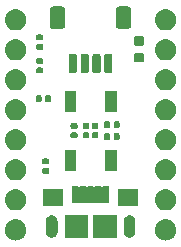
<source format=gbr>
G04 #@! TF.GenerationSoftware,KiCad,Pcbnew,5.99.0-unknown-c3175b4~86~ubuntu16.04.1*
G04 #@! TF.CreationDate,2020-03-24T03:28:14+00:00*
G04 #@! TF.ProjectId,kuiick,6b756969-636b-42e6-9b69-6361645f7063,rev?*
G04 #@! TF.SameCoordinates,Original*
G04 #@! TF.FileFunction,Soldermask,Top*
G04 #@! TF.FilePolarity,Negative*
%FSLAX46Y46*%
G04 Gerber Fmt 4.6, Leading zero omitted, Abs format (unit mm)*
G04 Created by KiCad (PCBNEW 5.99.0-unknown-c3175b4~86~ubuntu16.04.1) date 2020-03-24 03:28:14*
%MOMM*%
%LPD*%
G04 APERTURE LIST*
%ADD10C,0.100000*%
G04 APERTURE END LIST*
D10*
G36*
X143699902Y-107989283D02*
G01*
X143744637Y-107989595D01*
X143788460Y-107998590D01*
X143838360Y-108003835D01*
X143880132Y-108017408D01*
X143917723Y-108025124D01*
X143964851Y-108044935D01*
X144018488Y-108062363D01*
X144051099Y-108081191D01*
X144080614Y-108093598D01*
X144128301Y-108125763D01*
X144182511Y-108157061D01*
X144205826Y-108178054D01*
X144227101Y-108192404D01*
X144272183Y-108237802D01*
X144323261Y-108283793D01*
X144338003Y-108304083D01*
X144351608Y-108317784D01*
X144390643Y-108376537D01*
X144434586Y-108437019D01*
X144442221Y-108454168D01*
X144449388Y-108464955D01*
X144478865Y-108536472D01*
X144511621Y-108610042D01*
X144514211Y-108622225D01*
X144516724Y-108628323D01*
X144533292Y-108711997D01*
X144550999Y-108795301D01*
X144550999Y-108984699D01*
X144548115Y-108998269D01*
X144548030Y-109004331D01*
X144529342Y-109086585D01*
X144511621Y-109169958D01*
X144509129Y-109175555D01*
X144509078Y-109175780D01*
X144437210Y-109337197D01*
X144437078Y-109337385D01*
X144434586Y-109342981D01*
X144384480Y-109411946D01*
X144335357Y-109481582D01*
X144330585Y-109486126D01*
X144323261Y-109496207D01*
X144263396Y-109550110D01*
X144207396Y-109603438D01*
X144196464Y-109610376D01*
X144182511Y-109622939D01*
X144117764Y-109660321D01*
X144058211Y-109698114D01*
X144040209Y-109705097D01*
X144018488Y-109717637D01*
X143953115Y-109738878D01*
X143893468Y-109762014D01*
X143868200Y-109766469D01*
X143838360Y-109776165D01*
X143776095Y-109782709D01*
X143719460Y-109792695D01*
X143687459Y-109792025D01*
X143650000Y-109795962D01*
X143593902Y-109790066D01*
X143542799Y-109788996D01*
X143505323Y-109780756D01*
X143461640Y-109776165D01*
X143413917Y-109760659D01*
X143370225Y-109751052D01*
X143329230Y-109733142D01*
X143281512Y-109717637D01*
X143243473Y-109695675D01*
X143208310Y-109680313D01*
X143166337Y-109651141D01*
X143117489Y-109622939D01*
X143089504Y-109597741D01*
X143063215Y-109579470D01*
X143023257Y-109538092D01*
X142976739Y-109496207D01*
X142958296Y-109470823D01*
X142940473Y-109452366D01*
X142905821Y-109398597D01*
X142865414Y-109342981D01*
X142855212Y-109320066D01*
X142844754Y-109303839D01*
X142818789Y-109238261D01*
X142788379Y-109169958D01*
X142784476Y-109151596D01*
X142779707Y-109139551D01*
X142765740Y-109063448D01*
X142749001Y-108984699D01*
X142749001Y-108972246D01*
X142747811Y-108965762D01*
X142749001Y-108880535D01*
X142749001Y-108795301D01*
X142750275Y-108789308D01*
X142750278Y-108789077D01*
X142787015Y-108616246D01*
X142787105Y-108616036D01*
X142788379Y-108610042D01*
X142823042Y-108532188D01*
X142856622Y-108453839D01*
X142860348Y-108448397D01*
X142865414Y-108437019D01*
X142912746Y-108371872D01*
X142956452Y-108308041D01*
X142965706Y-108298979D01*
X142976739Y-108283793D01*
X143032297Y-108233769D01*
X143082693Y-108184417D01*
X143098848Y-108173846D01*
X143117489Y-108157061D01*
X143177026Y-108122687D01*
X143230551Y-108087662D01*
X143254340Y-108078050D01*
X143281512Y-108062363D01*
X143341045Y-108043019D01*
X143394376Y-108021472D01*
X143425820Y-108015474D01*
X143461640Y-108003835D01*
X143517744Y-107997938D01*
X143567945Y-107988362D01*
X143606312Y-107988630D01*
X143650000Y-107984038D01*
X143699902Y-107989283D01*
X143699902Y-107989283D01*
G37*
G36*
X156399902Y-107989283D02*
G01*
X156444637Y-107989595D01*
X156488460Y-107998590D01*
X156538360Y-108003835D01*
X156580132Y-108017408D01*
X156617723Y-108025124D01*
X156664851Y-108044935D01*
X156718488Y-108062363D01*
X156751099Y-108081191D01*
X156780614Y-108093598D01*
X156828301Y-108125763D01*
X156882511Y-108157061D01*
X156905826Y-108178054D01*
X156927101Y-108192404D01*
X156972183Y-108237802D01*
X157023261Y-108283793D01*
X157038003Y-108304083D01*
X157051608Y-108317784D01*
X157090643Y-108376537D01*
X157134586Y-108437019D01*
X157142221Y-108454168D01*
X157149388Y-108464955D01*
X157178865Y-108536472D01*
X157211621Y-108610042D01*
X157214211Y-108622225D01*
X157216724Y-108628323D01*
X157233292Y-108711997D01*
X157250999Y-108795301D01*
X157250999Y-108984699D01*
X157248115Y-108998269D01*
X157248030Y-109004331D01*
X157229342Y-109086585D01*
X157211621Y-109169958D01*
X157209129Y-109175555D01*
X157209078Y-109175780D01*
X157137210Y-109337197D01*
X157137078Y-109337385D01*
X157134586Y-109342981D01*
X157084480Y-109411946D01*
X157035357Y-109481582D01*
X157030585Y-109486126D01*
X157023261Y-109496207D01*
X156963396Y-109550110D01*
X156907396Y-109603438D01*
X156896464Y-109610376D01*
X156882511Y-109622939D01*
X156817764Y-109660321D01*
X156758211Y-109698114D01*
X156740209Y-109705097D01*
X156718488Y-109717637D01*
X156653115Y-109738878D01*
X156593468Y-109762014D01*
X156568200Y-109766469D01*
X156538360Y-109776165D01*
X156476095Y-109782709D01*
X156419460Y-109792695D01*
X156387459Y-109792025D01*
X156350000Y-109795962D01*
X156293902Y-109790066D01*
X156242799Y-109788996D01*
X156205323Y-109780756D01*
X156161640Y-109776165D01*
X156113917Y-109760659D01*
X156070225Y-109751052D01*
X156029230Y-109733142D01*
X155981512Y-109717637D01*
X155943473Y-109695675D01*
X155908310Y-109680313D01*
X155866337Y-109651141D01*
X155817489Y-109622939D01*
X155789504Y-109597741D01*
X155763215Y-109579470D01*
X155723257Y-109538092D01*
X155676739Y-109496207D01*
X155658296Y-109470823D01*
X155640473Y-109452366D01*
X155605821Y-109398597D01*
X155565414Y-109342981D01*
X155555212Y-109320066D01*
X155544754Y-109303839D01*
X155518789Y-109238261D01*
X155488379Y-109169958D01*
X155484476Y-109151596D01*
X155479707Y-109139551D01*
X155465740Y-109063448D01*
X155449001Y-108984699D01*
X155449001Y-108972246D01*
X155447811Y-108965762D01*
X155449001Y-108880535D01*
X155449001Y-108795301D01*
X155450275Y-108789308D01*
X155450278Y-108789077D01*
X155487015Y-108616246D01*
X155487105Y-108616036D01*
X155488379Y-108610042D01*
X155523042Y-108532188D01*
X155556622Y-108453839D01*
X155560348Y-108448397D01*
X155565414Y-108437019D01*
X155612746Y-108371872D01*
X155656452Y-108308041D01*
X155665706Y-108298979D01*
X155676739Y-108283793D01*
X155732297Y-108233769D01*
X155782693Y-108184417D01*
X155798848Y-108173846D01*
X155817489Y-108157061D01*
X155877026Y-108122687D01*
X155930551Y-108087662D01*
X155954340Y-108078050D01*
X155981512Y-108062363D01*
X156041045Y-108043019D01*
X156094376Y-108021472D01*
X156125820Y-108015474D01*
X156161640Y-108003835D01*
X156217744Y-107997938D01*
X156267945Y-107988362D01*
X156306312Y-107988630D01*
X156350000Y-107984038D01*
X156399902Y-107989283D01*
X156399902Y-107989283D01*
G37*
G36*
X152169899Y-107601959D02*
G01*
X152186769Y-107613231D01*
X152198041Y-107630101D01*
X152204448Y-107662312D01*
X152204448Y-109537688D01*
X152201707Y-109551468D01*
X152198041Y-109569899D01*
X152186769Y-109586769D01*
X152169899Y-109598041D01*
X152150000Y-109601999D01*
X152137688Y-109604448D01*
X150262312Y-109604448D01*
X150230101Y-109598041D01*
X150213231Y-109586769D01*
X150201959Y-109569899D01*
X150195552Y-109537688D01*
X150195552Y-107662312D01*
X150201959Y-107630101D01*
X150213231Y-107613231D01*
X150230101Y-107601959D01*
X150262312Y-107595552D01*
X152137688Y-107595552D01*
X152169899Y-107601959D01*
X152169899Y-107601959D01*
G37*
G36*
X149769899Y-107601959D02*
G01*
X149786769Y-107613231D01*
X149798041Y-107630101D01*
X149804448Y-107662312D01*
X149804448Y-109537688D01*
X149801707Y-109551468D01*
X149798041Y-109569899D01*
X149786769Y-109586769D01*
X149769899Y-109598041D01*
X149750000Y-109601999D01*
X149737688Y-109604448D01*
X147862312Y-109604448D01*
X147830101Y-109598041D01*
X147813231Y-109586769D01*
X147801959Y-109569899D01*
X147795552Y-109537688D01*
X147795552Y-107662312D01*
X147801959Y-107630101D01*
X147813231Y-107613231D01*
X147830101Y-107601959D01*
X147862312Y-107595552D01*
X149737688Y-107595552D01*
X149769899Y-107601959D01*
X149769899Y-107601959D01*
G37*
G36*
X153348661Y-107649249D02*
G01*
X153374813Y-107649409D01*
X153419397Y-107662742D01*
X153456049Y-107669734D01*
X153479196Y-107680626D01*
X153512305Y-107690528D01*
X153544281Y-107711254D01*
X153570582Y-107723630D01*
X153596659Y-107745203D01*
X153632731Y-107768583D01*
X153652116Y-107791080D01*
X153668114Y-107804315D01*
X153692822Y-107838322D01*
X153726408Y-107877301D01*
X153735215Y-107896671D01*
X153742519Y-107906724D01*
X153760940Y-107953250D01*
X153785806Y-108007940D01*
X153787627Y-108020653D01*
X153789117Y-108024417D01*
X153796235Y-108080763D01*
X153801000Y-108114033D01*
X153801000Y-109084467D01*
X153784035Y-109197984D01*
X153769646Y-109228633D01*
X153767590Y-109239408D01*
X153747014Y-109276835D01*
X153723045Y-109327888D01*
X153712192Y-109340176D01*
X153708540Y-109346820D01*
X153671324Y-109386451D01*
X153628047Y-109435453D01*
X153555252Y-109481384D01*
X153515011Y-109506921D01*
X153514529Y-109507077D01*
X153506677Y-109512032D01*
X153445254Y-109529587D01*
X153394623Y-109546038D01*
X153385736Y-109546597D01*
X153368693Y-109551468D01*
X153313652Y-109551132D01*
X153268294Y-109553985D01*
X153251339Y-109550751D01*
X153225187Y-109550591D01*
X153180603Y-109537258D01*
X153143951Y-109530266D01*
X153120804Y-109519374D01*
X153087695Y-109509472D01*
X153055720Y-109488747D01*
X153029420Y-109476371D01*
X153003343Y-109454798D01*
X152967270Y-109431417D01*
X152947885Y-109408919D01*
X152931885Y-109395683D01*
X152907177Y-109361675D01*
X152873593Y-109322699D01*
X152864786Y-109303329D01*
X152857482Y-109293276D01*
X152839061Y-109246750D01*
X152814195Y-109192060D01*
X152812374Y-109179347D01*
X152810884Y-109175583D01*
X152803761Y-109119206D01*
X152799001Y-109085967D01*
X152799001Y-109081528D01*
X152799000Y-109081520D01*
X152799000Y-108115534D01*
X152815965Y-108002017D01*
X152830355Y-107971368D01*
X152832410Y-107960593D01*
X152852984Y-107923169D01*
X152876955Y-107872112D01*
X152887809Y-107859822D01*
X152891460Y-107853181D01*
X152928661Y-107813566D01*
X152971953Y-107764547D01*
X153044814Y-107718575D01*
X153084989Y-107693079D01*
X153085471Y-107692923D01*
X153093323Y-107687968D01*
X153154746Y-107670413D01*
X153205377Y-107653962D01*
X153214264Y-107653403D01*
X153231307Y-107648532D01*
X153286348Y-107648868D01*
X153331706Y-107646015D01*
X153348661Y-107649249D01*
X153348661Y-107649249D01*
G37*
G36*
X146748661Y-107649249D02*
G01*
X146774813Y-107649409D01*
X146819397Y-107662742D01*
X146856049Y-107669734D01*
X146879196Y-107680626D01*
X146912305Y-107690528D01*
X146944281Y-107711254D01*
X146970582Y-107723630D01*
X146996659Y-107745203D01*
X147032731Y-107768583D01*
X147052116Y-107791080D01*
X147068114Y-107804315D01*
X147092822Y-107838322D01*
X147126408Y-107877301D01*
X147135215Y-107896671D01*
X147142519Y-107906724D01*
X147160940Y-107953250D01*
X147185806Y-108007940D01*
X147187627Y-108020653D01*
X147189117Y-108024417D01*
X147196235Y-108080763D01*
X147201000Y-108114033D01*
X147201000Y-109084467D01*
X147184035Y-109197984D01*
X147169646Y-109228633D01*
X147167590Y-109239408D01*
X147147014Y-109276835D01*
X147123045Y-109327888D01*
X147112192Y-109340176D01*
X147108540Y-109346820D01*
X147071324Y-109386451D01*
X147028047Y-109435453D01*
X146955252Y-109481384D01*
X146915011Y-109506921D01*
X146914529Y-109507077D01*
X146906677Y-109512032D01*
X146845254Y-109529587D01*
X146794623Y-109546038D01*
X146785736Y-109546597D01*
X146768693Y-109551468D01*
X146713652Y-109551132D01*
X146668294Y-109553985D01*
X146651339Y-109550751D01*
X146625187Y-109550591D01*
X146580603Y-109537258D01*
X146543951Y-109530266D01*
X146520804Y-109519374D01*
X146487695Y-109509472D01*
X146455720Y-109488747D01*
X146429420Y-109476371D01*
X146403343Y-109454798D01*
X146367270Y-109431417D01*
X146347885Y-109408919D01*
X146331885Y-109395683D01*
X146307177Y-109361675D01*
X146273593Y-109322699D01*
X146264786Y-109303329D01*
X146257482Y-109293276D01*
X146239061Y-109246750D01*
X146214195Y-109192060D01*
X146212374Y-109179347D01*
X146210884Y-109175583D01*
X146203761Y-109119206D01*
X146199001Y-109085967D01*
X146199001Y-109081528D01*
X146199000Y-109081520D01*
X146199000Y-108115534D01*
X146215965Y-108002017D01*
X146230355Y-107971368D01*
X146232410Y-107960593D01*
X146252984Y-107923169D01*
X146276955Y-107872112D01*
X146287809Y-107859822D01*
X146291460Y-107853181D01*
X146328661Y-107813566D01*
X146371953Y-107764547D01*
X146444814Y-107718575D01*
X146484989Y-107693079D01*
X146485471Y-107692923D01*
X146493323Y-107687968D01*
X146554746Y-107670413D01*
X146605377Y-107653962D01*
X146614264Y-107653403D01*
X146631307Y-107648532D01*
X146686348Y-107648868D01*
X146731706Y-107646015D01*
X146748661Y-107649249D01*
X146748661Y-107649249D01*
G37*
G36*
X143838360Y-105463835D02*
G01*
X143919397Y-105490166D01*
X144006663Y-105517848D01*
X144009655Y-105519493D01*
X144018488Y-105522363D01*
X144090466Y-105563919D01*
X144161499Y-105602970D01*
X144168986Y-105609253D01*
X144182511Y-105617061D01*
X144240259Y-105669057D01*
X144296857Y-105716549D01*
X144306962Y-105729118D01*
X144323261Y-105743793D01*
X144365454Y-105801867D01*
X144407579Y-105854260D01*
X144417994Y-105874182D01*
X144434586Y-105897019D01*
X144461297Y-105957012D01*
X144489439Y-106010843D01*
X144497582Y-106038510D01*
X144511621Y-106070042D01*
X144523992Y-106128241D01*
X144539328Y-106180349D01*
X144542518Y-106215401D01*
X144550999Y-106255301D01*
X144550999Y-106308592D01*
X144555343Y-106356324D01*
X144550999Y-106397653D01*
X144550999Y-106444699D01*
X144541217Y-106490721D01*
X144536873Y-106532047D01*
X144522702Y-106577827D01*
X144511621Y-106629958D01*
X144495028Y-106667226D01*
X144484622Y-106700843D01*
X144458789Y-106748620D01*
X144434586Y-106802981D01*
X144414298Y-106830905D01*
X144400580Y-106856276D01*
X144361859Y-106903082D01*
X144323261Y-106956207D01*
X144302284Y-106975095D01*
X144287952Y-106992419D01*
X144235845Y-107034917D01*
X144182511Y-107082939D01*
X144163524Y-107093901D01*
X144151025Y-107104095D01*
X144085780Y-107138786D01*
X144018488Y-107177637D01*
X144003636Y-107182463D01*
X143995003Y-107187053D01*
X143917430Y-107210473D01*
X143838360Y-107236165D01*
X143829114Y-107237137D01*
X143825851Y-107238122D01*
X143734710Y-107247059D01*
X143697211Y-107251000D01*
X143602789Y-107251000D01*
X143461640Y-107236165D01*
X143380603Y-107209834D01*
X143293337Y-107182152D01*
X143290345Y-107180507D01*
X143281512Y-107177637D01*
X143209534Y-107136081D01*
X143138501Y-107097030D01*
X143131014Y-107090747D01*
X143117489Y-107082939D01*
X143059741Y-107030943D01*
X143003143Y-106983451D01*
X142993038Y-106970882D01*
X142976739Y-106956207D01*
X142934546Y-106898133D01*
X142892421Y-106845740D01*
X142882006Y-106825818D01*
X142865414Y-106802981D01*
X142838703Y-106742988D01*
X142810561Y-106689157D01*
X142802418Y-106661490D01*
X142788379Y-106629958D01*
X142776008Y-106571759D01*
X142760672Y-106519651D01*
X142757482Y-106484599D01*
X142749001Y-106444699D01*
X142749001Y-106391408D01*
X142744657Y-106343676D01*
X142749001Y-106302347D01*
X142749001Y-106255301D01*
X142758783Y-106209279D01*
X142763127Y-106167953D01*
X142777298Y-106122173D01*
X142788379Y-106070042D01*
X142804972Y-106032774D01*
X142815378Y-105999157D01*
X142841211Y-105951380D01*
X142865414Y-105897019D01*
X142885702Y-105869095D01*
X142899420Y-105843724D01*
X142938141Y-105796918D01*
X142976739Y-105743793D01*
X142997716Y-105724905D01*
X143012048Y-105707581D01*
X143064155Y-105665083D01*
X143117489Y-105617061D01*
X143136476Y-105606099D01*
X143148975Y-105595905D01*
X143214220Y-105561214D01*
X143281512Y-105522363D01*
X143296364Y-105517537D01*
X143304997Y-105512947D01*
X143382570Y-105489527D01*
X143461640Y-105463835D01*
X143470886Y-105462863D01*
X143474149Y-105461878D01*
X143565290Y-105452941D01*
X143602789Y-105449000D01*
X143697211Y-105449000D01*
X143838360Y-105463835D01*
X143838360Y-105463835D01*
G37*
G36*
X156538360Y-105463835D02*
G01*
X156619397Y-105490166D01*
X156706663Y-105517848D01*
X156709655Y-105519493D01*
X156718488Y-105522363D01*
X156790466Y-105563919D01*
X156861499Y-105602970D01*
X156868986Y-105609253D01*
X156882511Y-105617061D01*
X156940259Y-105669057D01*
X156996857Y-105716549D01*
X157006962Y-105729118D01*
X157023261Y-105743793D01*
X157065454Y-105801867D01*
X157107579Y-105854260D01*
X157117994Y-105874182D01*
X157134586Y-105897019D01*
X157161297Y-105957012D01*
X157189439Y-106010843D01*
X157197582Y-106038510D01*
X157211621Y-106070042D01*
X157223992Y-106128241D01*
X157239328Y-106180349D01*
X157242518Y-106215401D01*
X157250999Y-106255301D01*
X157250999Y-106308592D01*
X157255343Y-106356324D01*
X157250999Y-106397653D01*
X157250999Y-106444699D01*
X157241217Y-106490721D01*
X157236873Y-106532047D01*
X157222702Y-106577827D01*
X157211621Y-106629958D01*
X157195028Y-106667226D01*
X157184622Y-106700843D01*
X157158789Y-106748620D01*
X157134586Y-106802981D01*
X157114298Y-106830905D01*
X157100580Y-106856276D01*
X157061859Y-106903082D01*
X157023261Y-106956207D01*
X157002284Y-106975095D01*
X156987952Y-106992419D01*
X156935845Y-107034917D01*
X156882511Y-107082939D01*
X156863524Y-107093901D01*
X156851025Y-107104095D01*
X156785780Y-107138786D01*
X156718488Y-107177637D01*
X156703636Y-107182463D01*
X156695003Y-107187053D01*
X156617430Y-107210473D01*
X156538360Y-107236165D01*
X156529114Y-107237137D01*
X156525851Y-107238122D01*
X156434710Y-107247059D01*
X156397211Y-107251000D01*
X156302789Y-107251000D01*
X156161640Y-107236165D01*
X156080603Y-107209834D01*
X155993337Y-107182152D01*
X155990345Y-107180507D01*
X155981512Y-107177637D01*
X155909534Y-107136081D01*
X155838501Y-107097030D01*
X155831014Y-107090747D01*
X155817489Y-107082939D01*
X155759741Y-107030943D01*
X155703143Y-106983451D01*
X155693038Y-106970882D01*
X155676739Y-106956207D01*
X155634546Y-106898133D01*
X155592421Y-106845740D01*
X155582006Y-106825818D01*
X155565414Y-106802981D01*
X155538703Y-106742988D01*
X155510561Y-106689157D01*
X155502418Y-106661490D01*
X155488379Y-106629958D01*
X155476008Y-106571759D01*
X155460672Y-106519651D01*
X155457482Y-106484599D01*
X155449001Y-106444699D01*
X155449001Y-106391408D01*
X155444657Y-106343676D01*
X155449001Y-106302347D01*
X155449001Y-106255301D01*
X155458783Y-106209279D01*
X155463127Y-106167953D01*
X155477298Y-106122173D01*
X155488379Y-106070042D01*
X155504972Y-106032774D01*
X155515378Y-105999157D01*
X155541211Y-105951380D01*
X155565414Y-105897019D01*
X155585702Y-105869095D01*
X155599420Y-105843724D01*
X155638141Y-105796918D01*
X155676739Y-105743793D01*
X155697716Y-105724905D01*
X155712048Y-105707581D01*
X155764155Y-105665083D01*
X155817489Y-105617061D01*
X155836476Y-105606099D01*
X155848975Y-105595905D01*
X155914220Y-105561214D01*
X155981512Y-105522363D01*
X155996364Y-105517537D01*
X156004997Y-105512947D01*
X156082570Y-105489527D01*
X156161640Y-105463835D01*
X156170886Y-105462863D01*
X156174149Y-105461878D01*
X156265290Y-105452941D01*
X156302789Y-105449000D01*
X156397211Y-105449000D01*
X156538360Y-105463835D01*
X156538360Y-105463835D01*
G37*
G36*
X147619899Y-105401959D02*
G01*
X147636769Y-105413231D01*
X147648041Y-105430101D01*
X147654448Y-105462312D01*
X147654448Y-106837688D01*
X147651999Y-106850000D01*
X147648041Y-106869899D01*
X147636769Y-106886769D01*
X147619899Y-106898041D01*
X147600000Y-106901999D01*
X147587688Y-106904448D01*
X146012312Y-106904448D01*
X145980101Y-106898041D01*
X145963231Y-106886769D01*
X145951959Y-106869899D01*
X145945552Y-106837688D01*
X145945552Y-105462312D01*
X145951959Y-105430101D01*
X145963231Y-105413231D01*
X145980101Y-105401959D01*
X146012312Y-105395552D01*
X147587688Y-105395552D01*
X147619899Y-105401959D01*
X147619899Y-105401959D01*
G37*
G36*
X154019899Y-105401959D02*
G01*
X154036769Y-105413231D01*
X154048041Y-105430101D01*
X154054448Y-105462312D01*
X154054448Y-106837688D01*
X154051999Y-106850000D01*
X154048041Y-106869899D01*
X154036769Y-106886769D01*
X154019899Y-106898041D01*
X154000000Y-106901999D01*
X153987688Y-106904448D01*
X152412312Y-106904448D01*
X152380101Y-106898041D01*
X152363231Y-106886769D01*
X152351959Y-106869899D01*
X152345552Y-106837688D01*
X152345552Y-105462312D01*
X152351959Y-105430101D01*
X152363231Y-105413231D01*
X152380101Y-105401959D01*
X152412312Y-105395552D01*
X153987688Y-105395552D01*
X154019899Y-105401959D01*
X154019899Y-105401959D01*
G37*
G36*
X148900000Y-105198001D02*
G01*
X148919899Y-105201959D01*
X148936769Y-105213231D01*
X148936770Y-105213232D01*
X148955555Y-105225784D01*
X149022770Y-105246829D01*
X149094445Y-105225784D01*
X149113230Y-105213232D01*
X149113231Y-105213231D01*
X149130101Y-105201959D01*
X149150000Y-105198001D01*
X149162312Y-105195552D01*
X149537688Y-105195552D01*
X149550000Y-105198001D01*
X149569899Y-105201959D01*
X149586769Y-105213231D01*
X149586770Y-105213232D01*
X149605555Y-105225784D01*
X149672770Y-105246829D01*
X149744445Y-105225784D01*
X149763230Y-105213232D01*
X149763231Y-105213231D01*
X149780101Y-105201959D01*
X149800000Y-105198001D01*
X149812312Y-105195552D01*
X150187688Y-105195552D01*
X150200000Y-105198001D01*
X150219899Y-105201959D01*
X150236769Y-105213231D01*
X150236770Y-105213232D01*
X150255555Y-105225784D01*
X150322770Y-105246829D01*
X150394445Y-105225784D01*
X150413230Y-105213232D01*
X150413231Y-105213231D01*
X150430101Y-105201959D01*
X150450000Y-105198001D01*
X150462312Y-105195552D01*
X150837688Y-105195552D01*
X150850000Y-105198001D01*
X150869899Y-105201959D01*
X150886769Y-105213231D01*
X150886770Y-105213232D01*
X150905555Y-105225784D01*
X150972770Y-105246829D01*
X151044445Y-105225784D01*
X151063230Y-105213232D01*
X151063231Y-105213231D01*
X151080101Y-105201959D01*
X151100000Y-105198001D01*
X151112312Y-105195552D01*
X151487688Y-105195552D01*
X151519899Y-105201959D01*
X151536769Y-105213231D01*
X151548041Y-105230101D01*
X151554448Y-105262312D01*
X151554448Y-106587688D01*
X151551999Y-106600000D01*
X151548041Y-106619899D01*
X151536769Y-106636769D01*
X151519899Y-106648041D01*
X151500000Y-106651999D01*
X151487688Y-106654448D01*
X151112312Y-106654448D01*
X151100000Y-106651999D01*
X151080101Y-106648041D01*
X151063231Y-106636769D01*
X151063230Y-106636768D01*
X151044445Y-106624216D01*
X150977230Y-106603171D01*
X150905555Y-106624216D01*
X150886770Y-106636768D01*
X150886769Y-106636769D01*
X150869899Y-106648041D01*
X150850000Y-106651999D01*
X150837688Y-106654448D01*
X150462312Y-106654448D01*
X150450000Y-106651999D01*
X150430101Y-106648041D01*
X150413231Y-106636769D01*
X150413230Y-106636768D01*
X150394445Y-106624216D01*
X150327230Y-106603171D01*
X150255555Y-106624216D01*
X150236770Y-106636768D01*
X150236769Y-106636769D01*
X150219899Y-106648041D01*
X150200000Y-106651999D01*
X150187688Y-106654448D01*
X149812312Y-106654448D01*
X149800000Y-106651999D01*
X149780101Y-106648041D01*
X149763231Y-106636769D01*
X149763230Y-106636768D01*
X149744445Y-106624216D01*
X149677230Y-106603171D01*
X149605555Y-106624216D01*
X149586770Y-106636768D01*
X149586769Y-106636769D01*
X149569899Y-106648041D01*
X149550000Y-106651999D01*
X149537688Y-106654448D01*
X149162312Y-106654448D01*
X149150000Y-106651999D01*
X149130101Y-106648041D01*
X149113231Y-106636769D01*
X149113230Y-106636768D01*
X149094445Y-106624216D01*
X149027230Y-106603171D01*
X148955555Y-106624216D01*
X148936770Y-106636768D01*
X148936769Y-106636769D01*
X148919899Y-106648041D01*
X148900000Y-106651999D01*
X148887688Y-106654448D01*
X148512312Y-106654448D01*
X148480101Y-106648041D01*
X148463231Y-106636769D01*
X148451959Y-106619899D01*
X148445552Y-106587688D01*
X148445552Y-105262312D01*
X148451959Y-105230101D01*
X148463231Y-105213231D01*
X148480101Y-105201959D01*
X148512312Y-105195552D01*
X148887688Y-105195552D01*
X148900000Y-105198001D01*
X148900000Y-105198001D01*
G37*
G36*
X143838360Y-102923835D02*
G01*
X143919397Y-102950166D01*
X144006663Y-102977848D01*
X144009655Y-102979493D01*
X144018488Y-102982363D01*
X144090466Y-103023919D01*
X144161499Y-103062970D01*
X144168986Y-103069253D01*
X144182511Y-103077061D01*
X144240259Y-103129057D01*
X144296857Y-103176549D01*
X144306962Y-103189118D01*
X144323261Y-103203793D01*
X144365454Y-103261867D01*
X144407579Y-103314260D01*
X144417994Y-103334182D01*
X144434586Y-103357019D01*
X144461297Y-103417012D01*
X144489439Y-103470843D01*
X144497582Y-103498510D01*
X144511621Y-103530042D01*
X144523992Y-103588241D01*
X144539328Y-103640349D01*
X144542518Y-103675401D01*
X144550999Y-103715301D01*
X144550999Y-103768592D01*
X144555343Y-103816324D01*
X144550999Y-103857653D01*
X144550999Y-103904699D01*
X144541217Y-103950721D01*
X144536873Y-103992047D01*
X144522702Y-104037827D01*
X144511621Y-104089958D01*
X144495028Y-104127226D01*
X144484622Y-104160843D01*
X144458789Y-104208620D01*
X144434586Y-104262981D01*
X144414298Y-104290905D01*
X144400580Y-104316276D01*
X144361859Y-104363082D01*
X144323261Y-104416207D01*
X144302284Y-104435095D01*
X144287952Y-104452419D01*
X144235845Y-104494917D01*
X144182511Y-104542939D01*
X144163524Y-104553901D01*
X144151025Y-104564095D01*
X144085780Y-104598786D01*
X144018488Y-104637637D01*
X144003636Y-104642463D01*
X143995003Y-104647053D01*
X143917430Y-104670473D01*
X143838360Y-104696165D01*
X143829114Y-104697137D01*
X143825851Y-104698122D01*
X143734710Y-104707059D01*
X143697211Y-104711000D01*
X143602789Y-104711000D01*
X143461640Y-104696165D01*
X143380603Y-104669834D01*
X143293337Y-104642152D01*
X143290345Y-104640507D01*
X143281512Y-104637637D01*
X143209534Y-104596081D01*
X143138501Y-104557030D01*
X143131014Y-104550747D01*
X143117489Y-104542939D01*
X143059741Y-104490943D01*
X143003143Y-104443451D01*
X142993038Y-104430882D01*
X142976739Y-104416207D01*
X142934546Y-104358133D01*
X142892421Y-104305740D01*
X142882006Y-104285818D01*
X142865414Y-104262981D01*
X142838703Y-104202988D01*
X142810561Y-104149157D01*
X142802418Y-104121490D01*
X142788379Y-104089958D01*
X142776008Y-104031759D01*
X142760672Y-103979651D01*
X142757482Y-103944599D01*
X142749001Y-103904699D01*
X142749001Y-103851408D01*
X142744657Y-103803676D01*
X142749001Y-103762347D01*
X142749001Y-103715301D01*
X142758783Y-103669279D01*
X142763127Y-103627953D01*
X142777298Y-103582173D01*
X142788379Y-103530042D01*
X142804972Y-103492774D01*
X142815378Y-103459157D01*
X142841211Y-103411380D01*
X142865414Y-103357019D01*
X142885702Y-103329095D01*
X142899420Y-103303724D01*
X142938141Y-103256918D01*
X142976739Y-103203793D01*
X142997716Y-103184905D01*
X143012048Y-103167581D01*
X143064155Y-103125083D01*
X143117489Y-103077061D01*
X143136476Y-103066099D01*
X143148975Y-103055905D01*
X143214220Y-103021214D01*
X143281512Y-102982363D01*
X143296364Y-102977537D01*
X143304997Y-102972947D01*
X143382570Y-102949527D01*
X143461640Y-102923835D01*
X143470886Y-102922863D01*
X143474149Y-102921878D01*
X143565290Y-102912941D01*
X143602789Y-102909000D01*
X143697211Y-102909000D01*
X143838360Y-102923835D01*
X143838360Y-102923835D01*
G37*
G36*
X156538360Y-102923835D02*
G01*
X156619397Y-102950166D01*
X156706663Y-102977848D01*
X156709655Y-102979493D01*
X156718488Y-102982363D01*
X156790466Y-103023919D01*
X156861499Y-103062970D01*
X156868986Y-103069253D01*
X156882511Y-103077061D01*
X156940259Y-103129057D01*
X156996857Y-103176549D01*
X157006962Y-103189118D01*
X157023261Y-103203793D01*
X157065454Y-103261867D01*
X157107579Y-103314260D01*
X157117994Y-103334182D01*
X157134586Y-103357019D01*
X157161297Y-103417012D01*
X157189439Y-103470843D01*
X157197582Y-103498510D01*
X157211621Y-103530042D01*
X157223992Y-103588241D01*
X157239328Y-103640349D01*
X157242518Y-103675401D01*
X157250999Y-103715301D01*
X157250999Y-103768592D01*
X157255343Y-103816324D01*
X157250999Y-103857653D01*
X157250999Y-103904699D01*
X157241217Y-103950721D01*
X157236873Y-103992047D01*
X157222702Y-104037827D01*
X157211621Y-104089958D01*
X157195028Y-104127226D01*
X157184622Y-104160843D01*
X157158789Y-104208620D01*
X157134586Y-104262981D01*
X157114298Y-104290905D01*
X157100580Y-104316276D01*
X157061859Y-104363082D01*
X157023261Y-104416207D01*
X157002284Y-104435095D01*
X156987952Y-104452419D01*
X156935845Y-104494917D01*
X156882511Y-104542939D01*
X156863524Y-104553901D01*
X156851025Y-104564095D01*
X156785780Y-104598786D01*
X156718488Y-104637637D01*
X156703636Y-104642463D01*
X156695003Y-104647053D01*
X156617430Y-104670473D01*
X156538360Y-104696165D01*
X156529114Y-104697137D01*
X156525851Y-104698122D01*
X156434710Y-104707059D01*
X156397211Y-104711000D01*
X156302789Y-104711000D01*
X156161640Y-104696165D01*
X156080603Y-104669834D01*
X155993337Y-104642152D01*
X155990345Y-104640507D01*
X155981512Y-104637637D01*
X155909534Y-104596081D01*
X155838501Y-104557030D01*
X155831014Y-104550747D01*
X155817489Y-104542939D01*
X155759741Y-104490943D01*
X155703143Y-104443451D01*
X155693038Y-104430882D01*
X155676739Y-104416207D01*
X155634546Y-104358133D01*
X155592421Y-104305740D01*
X155582006Y-104285818D01*
X155565414Y-104262981D01*
X155538703Y-104202988D01*
X155510561Y-104149157D01*
X155502418Y-104121490D01*
X155488379Y-104089958D01*
X155476008Y-104031759D01*
X155460672Y-103979651D01*
X155457482Y-103944599D01*
X155449001Y-103904699D01*
X155449001Y-103851408D01*
X155444657Y-103803676D01*
X155449001Y-103762347D01*
X155449001Y-103715301D01*
X155458783Y-103669279D01*
X155463127Y-103627953D01*
X155477298Y-103582173D01*
X155488379Y-103530042D01*
X155504972Y-103492774D01*
X155515378Y-103459157D01*
X155541211Y-103411380D01*
X155565414Y-103357019D01*
X155585702Y-103329095D01*
X155599420Y-103303724D01*
X155638141Y-103256918D01*
X155676739Y-103203793D01*
X155697716Y-103184905D01*
X155712048Y-103167581D01*
X155764155Y-103125083D01*
X155817489Y-103077061D01*
X155836476Y-103066099D01*
X155848975Y-103055905D01*
X155914220Y-103021214D01*
X155981512Y-102982363D01*
X155996364Y-102977537D01*
X156004997Y-102972947D01*
X156082570Y-102949527D01*
X156161640Y-102923835D01*
X156170886Y-102922863D01*
X156174149Y-102921878D01*
X156265290Y-102912941D01*
X156302789Y-102909000D01*
X156397211Y-102909000D01*
X156538360Y-102923835D01*
X156538360Y-102923835D01*
G37*
G36*
X146403760Y-103658134D02*
G01*
X146406020Y-103659533D01*
X146406958Y-103659720D01*
X146414997Y-103665091D01*
X146451953Y-103687973D01*
X146454714Y-103691630D01*
X146456906Y-103693094D01*
X146465248Y-103705578D01*
X146484303Y-103730812D01*
X146485495Y-103735881D01*
X146490280Y-103743042D01*
X146501999Y-103801959D01*
X146501999Y-103806050D01*
X146504448Y-103816462D01*
X146504448Y-103986456D01*
X146491866Y-104053760D01*
X146490467Y-104056020D01*
X146490280Y-104056958D01*
X146484909Y-104064997D01*
X146462027Y-104101953D01*
X146458370Y-104104714D01*
X146456906Y-104106906D01*
X146444422Y-104115248D01*
X146419188Y-104134303D01*
X146414119Y-104135495D01*
X146406958Y-104140280D01*
X146348041Y-104151999D01*
X146343950Y-104151999D01*
X146333538Y-104154448D01*
X146063544Y-104154448D01*
X145996240Y-104141866D01*
X145993980Y-104140467D01*
X145993042Y-104140280D01*
X145985003Y-104134909D01*
X145948047Y-104112027D01*
X145945286Y-104108370D01*
X145943094Y-104106906D01*
X145934752Y-104094422D01*
X145915697Y-104069188D01*
X145914505Y-104064119D01*
X145909720Y-104056958D01*
X145898001Y-103998041D01*
X145898001Y-103993950D01*
X145895552Y-103983538D01*
X145895552Y-103813544D01*
X145908134Y-103746240D01*
X145909533Y-103743980D01*
X145909720Y-103743042D01*
X145915091Y-103735003D01*
X145937973Y-103698047D01*
X145941630Y-103695286D01*
X145943094Y-103693094D01*
X145955578Y-103684752D01*
X145980812Y-103665697D01*
X145985881Y-103664505D01*
X145993042Y-103659720D01*
X146051959Y-103648001D01*
X146056050Y-103648001D01*
X146066462Y-103645552D01*
X146336456Y-103645552D01*
X146403760Y-103658134D01*
X146403760Y-103658134D01*
G37*
G36*
X148769899Y-102101959D02*
G01*
X148786769Y-102113231D01*
X148798041Y-102130101D01*
X148804448Y-102162312D01*
X148804448Y-103837688D01*
X148801999Y-103850000D01*
X148798041Y-103869899D01*
X148786769Y-103886769D01*
X148769899Y-103898041D01*
X148750000Y-103901999D01*
X148737688Y-103904448D01*
X147862312Y-103904448D01*
X147830101Y-103898041D01*
X147813231Y-103886769D01*
X147801959Y-103869899D01*
X147795552Y-103837688D01*
X147795552Y-102162312D01*
X147801959Y-102130101D01*
X147813231Y-102113231D01*
X147830101Y-102101959D01*
X147862312Y-102095552D01*
X148737688Y-102095552D01*
X148769899Y-102101959D01*
X148769899Y-102101959D01*
G37*
G36*
X152169899Y-102101959D02*
G01*
X152186769Y-102113231D01*
X152198041Y-102130101D01*
X152204448Y-102162312D01*
X152204448Y-103837688D01*
X152201999Y-103850000D01*
X152198041Y-103869899D01*
X152186769Y-103886769D01*
X152169899Y-103898041D01*
X152150000Y-103901999D01*
X152137688Y-103904448D01*
X151262312Y-103904448D01*
X151230101Y-103898041D01*
X151213231Y-103886769D01*
X151201959Y-103869899D01*
X151195552Y-103837688D01*
X151195552Y-102162312D01*
X151201959Y-102130101D01*
X151213231Y-102113231D01*
X151230101Y-102101959D01*
X151262312Y-102095552D01*
X152137688Y-102095552D01*
X152169899Y-102101959D01*
X152169899Y-102101959D01*
G37*
G36*
X146403760Y-102858134D02*
G01*
X146406020Y-102859533D01*
X146406958Y-102859720D01*
X146414997Y-102865091D01*
X146451953Y-102887973D01*
X146454714Y-102891630D01*
X146456906Y-102893094D01*
X146465248Y-102905578D01*
X146484303Y-102930812D01*
X146485495Y-102935881D01*
X146490280Y-102943042D01*
X146501999Y-103001959D01*
X146501999Y-103006050D01*
X146504448Y-103016462D01*
X146504448Y-103186456D01*
X146491866Y-103253760D01*
X146490467Y-103256020D01*
X146490280Y-103256958D01*
X146484909Y-103264997D01*
X146462027Y-103301953D01*
X146458370Y-103304714D01*
X146456906Y-103306906D01*
X146444422Y-103315248D01*
X146419188Y-103334303D01*
X146414119Y-103335495D01*
X146406958Y-103340280D01*
X146348041Y-103351999D01*
X146343950Y-103351999D01*
X146333538Y-103354448D01*
X146063544Y-103354448D01*
X145996240Y-103341866D01*
X145993980Y-103340467D01*
X145993042Y-103340280D01*
X145985003Y-103334909D01*
X145948047Y-103312027D01*
X145945286Y-103308370D01*
X145943094Y-103306906D01*
X145934752Y-103294422D01*
X145915697Y-103269188D01*
X145914505Y-103264119D01*
X145909720Y-103256958D01*
X145898001Y-103198041D01*
X145898001Y-103193950D01*
X145895552Y-103183538D01*
X145895552Y-103013544D01*
X145908134Y-102946240D01*
X145909533Y-102943980D01*
X145909720Y-102943042D01*
X145915091Y-102935003D01*
X145937973Y-102898047D01*
X145941630Y-102895286D01*
X145943094Y-102893094D01*
X145955578Y-102884752D01*
X145980812Y-102865697D01*
X145985881Y-102864505D01*
X145993042Y-102859720D01*
X146051959Y-102848001D01*
X146056050Y-102848001D01*
X146066462Y-102845552D01*
X146336456Y-102845552D01*
X146403760Y-102858134D01*
X146403760Y-102858134D01*
G37*
G36*
X156538360Y-100383835D02*
G01*
X156619397Y-100410166D01*
X156706663Y-100437848D01*
X156709655Y-100439493D01*
X156718488Y-100442363D01*
X156790466Y-100483919D01*
X156861499Y-100522970D01*
X156868986Y-100529253D01*
X156882511Y-100537061D01*
X156940259Y-100589057D01*
X156996857Y-100636549D01*
X157006962Y-100649118D01*
X157023261Y-100663793D01*
X157065454Y-100721867D01*
X157107579Y-100774260D01*
X157117994Y-100794182D01*
X157134586Y-100817019D01*
X157161297Y-100877012D01*
X157189439Y-100930843D01*
X157197582Y-100958510D01*
X157211621Y-100990042D01*
X157223992Y-101048241D01*
X157239328Y-101100349D01*
X157242518Y-101135401D01*
X157250999Y-101175301D01*
X157250999Y-101228592D01*
X157255343Y-101276324D01*
X157250999Y-101317653D01*
X157250999Y-101364699D01*
X157241217Y-101410721D01*
X157236873Y-101452047D01*
X157222702Y-101497827D01*
X157211621Y-101549958D01*
X157195028Y-101587226D01*
X157184622Y-101620843D01*
X157158789Y-101668620D01*
X157134586Y-101722981D01*
X157114298Y-101750905D01*
X157100580Y-101776276D01*
X157061859Y-101823082D01*
X157023261Y-101876207D01*
X157002284Y-101895095D01*
X156987952Y-101912419D01*
X156935845Y-101954917D01*
X156882511Y-102002939D01*
X156863524Y-102013901D01*
X156851025Y-102024095D01*
X156785780Y-102058786D01*
X156718488Y-102097637D01*
X156703636Y-102102463D01*
X156695003Y-102107053D01*
X156617430Y-102130473D01*
X156538360Y-102156165D01*
X156529114Y-102157137D01*
X156525851Y-102158122D01*
X156434710Y-102167059D01*
X156397211Y-102171000D01*
X156302789Y-102171000D01*
X156161640Y-102156165D01*
X156080603Y-102129834D01*
X155993337Y-102102152D01*
X155990345Y-102100507D01*
X155981512Y-102097637D01*
X155909534Y-102056081D01*
X155838501Y-102017030D01*
X155831014Y-102010747D01*
X155817489Y-102002939D01*
X155759741Y-101950943D01*
X155703143Y-101903451D01*
X155693038Y-101890882D01*
X155676739Y-101876207D01*
X155634546Y-101818133D01*
X155592421Y-101765740D01*
X155582006Y-101745818D01*
X155565414Y-101722981D01*
X155538703Y-101662988D01*
X155510561Y-101609157D01*
X155502418Y-101581490D01*
X155488379Y-101549958D01*
X155476008Y-101491759D01*
X155460672Y-101439651D01*
X155457482Y-101404599D01*
X155449001Y-101364699D01*
X155449001Y-101311408D01*
X155444657Y-101263676D01*
X155449001Y-101222347D01*
X155449001Y-101175301D01*
X155458783Y-101129279D01*
X155463127Y-101087953D01*
X155477298Y-101042173D01*
X155488379Y-100990042D01*
X155504972Y-100952774D01*
X155515378Y-100919157D01*
X155541211Y-100871380D01*
X155565414Y-100817019D01*
X155585702Y-100789095D01*
X155599420Y-100763724D01*
X155638141Y-100716918D01*
X155676739Y-100663793D01*
X155697716Y-100644905D01*
X155712048Y-100627581D01*
X155764155Y-100585083D01*
X155817489Y-100537061D01*
X155836476Y-100526099D01*
X155848975Y-100515905D01*
X155914220Y-100481214D01*
X155981512Y-100442363D01*
X155996364Y-100437537D01*
X156004997Y-100432947D01*
X156082570Y-100409527D01*
X156161640Y-100383835D01*
X156170886Y-100382863D01*
X156174149Y-100381878D01*
X156265290Y-100372941D01*
X156302789Y-100369000D01*
X156397211Y-100369000D01*
X156538360Y-100383835D01*
X156538360Y-100383835D01*
G37*
G36*
X143838360Y-100383835D02*
G01*
X143919397Y-100410166D01*
X144006663Y-100437848D01*
X144009655Y-100439493D01*
X144018488Y-100442363D01*
X144090466Y-100483919D01*
X144161499Y-100522970D01*
X144168986Y-100529253D01*
X144182511Y-100537061D01*
X144240259Y-100589057D01*
X144296857Y-100636549D01*
X144306962Y-100649118D01*
X144323261Y-100663793D01*
X144365454Y-100721867D01*
X144407579Y-100774260D01*
X144417994Y-100794182D01*
X144434586Y-100817019D01*
X144461297Y-100877012D01*
X144489439Y-100930843D01*
X144497582Y-100958510D01*
X144511621Y-100990042D01*
X144523992Y-101048241D01*
X144539328Y-101100349D01*
X144542518Y-101135401D01*
X144550999Y-101175301D01*
X144550999Y-101228592D01*
X144555343Y-101276324D01*
X144550999Y-101317653D01*
X144550999Y-101364699D01*
X144541217Y-101410721D01*
X144536873Y-101452047D01*
X144522702Y-101497827D01*
X144511621Y-101549958D01*
X144495028Y-101587226D01*
X144484622Y-101620843D01*
X144458789Y-101668620D01*
X144434586Y-101722981D01*
X144414298Y-101750905D01*
X144400580Y-101776276D01*
X144361859Y-101823082D01*
X144323261Y-101876207D01*
X144302284Y-101895095D01*
X144287952Y-101912419D01*
X144235845Y-101954917D01*
X144182511Y-102002939D01*
X144163524Y-102013901D01*
X144151025Y-102024095D01*
X144085780Y-102058786D01*
X144018488Y-102097637D01*
X144003636Y-102102463D01*
X143995003Y-102107053D01*
X143917430Y-102130473D01*
X143838360Y-102156165D01*
X143829114Y-102157137D01*
X143825851Y-102158122D01*
X143734710Y-102167059D01*
X143697211Y-102171000D01*
X143602789Y-102171000D01*
X143461640Y-102156165D01*
X143380603Y-102129834D01*
X143293337Y-102102152D01*
X143290345Y-102100507D01*
X143281512Y-102097637D01*
X143209534Y-102056081D01*
X143138501Y-102017030D01*
X143131014Y-102010747D01*
X143117489Y-102002939D01*
X143059741Y-101950943D01*
X143003143Y-101903451D01*
X142993038Y-101890882D01*
X142976739Y-101876207D01*
X142934546Y-101818133D01*
X142892421Y-101765740D01*
X142882006Y-101745818D01*
X142865414Y-101722981D01*
X142838703Y-101662988D01*
X142810561Y-101609157D01*
X142802418Y-101581490D01*
X142788379Y-101549958D01*
X142776008Y-101491759D01*
X142760672Y-101439651D01*
X142757482Y-101404599D01*
X142749001Y-101364699D01*
X142749001Y-101311408D01*
X142744657Y-101263676D01*
X142749001Y-101222347D01*
X142749001Y-101175301D01*
X142758783Y-101129279D01*
X142763127Y-101087953D01*
X142777298Y-101042173D01*
X142788379Y-100990042D01*
X142804972Y-100952774D01*
X142815378Y-100919157D01*
X142841211Y-100871380D01*
X142865414Y-100817019D01*
X142885702Y-100789095D01*
X142899420Y-100763724D01*
X142938141Y-100716918D01*
X142976739Y-100663793D01*
X142997716Y-100644905D01*
X143012048Y-100627581D01*
X143064155Y-100585083D01*
X143117489Y-100537061D01*
X143136476Y-100526099D01*
X143148975Y-100515905D01*
X143214220Y-100481214D01*
X143281512Y-100442363D01*
X143296364Y-100437537D01*
X143304997Y-100432947D01*
X143382570Y-100409527D01*
X143461640Y-100383835D01*
X143470886Y-100382863D01*
X143474149Y-100381878D01*
X143565290Y-100372941D01*
X143602789Y-100369000D01*
X143697211Y-100369000D01*
X143838360Y-100383835D01*
X143838360Y-100383835D01*
G37*
G36*
X151553760Y-100708134D02*
G01*
X151556020Y-100709533D01*
X151556958Y-100709720D01*
X151564997Y-100715091D01*
X151601953Y-100737973D01*
X151604714Y-100741630D01*
X151606906Y-100743094D01*
X151615248Y-100755578D01*
X151634303Y-100780812D01*
X151635495Y-100785881D01*
X151640280Y-100793042D01*
X151651999Y-100851959D01*
X151651999Y-100856050D01*
X151654448Y-100866462D01*
X151654448Y-101136456D01*
X151641866Y-101203760D01*
X151640467Y-101206020D01*
X151640280Y-101206958D01*
X151634909Y-101214997D01*
X151612027Y-101251953D01*
X151608370Y-101254714D01*
X151606906Y-101256906D01*
X151594422Y-101265248D01*
X151569188Y-101284303D01*
X151564119Y-101285495D01*
X151556958Y-101290280D01*
X151498041Y-101301999D01*
X151493950Y-101301999D01*
X151483538Y-101304448D01*
X151313544Y-101304448D01*
X151246240Y-101291866D01*
X151243980Y-101290467D01*
X151243042Y-101290280D01*
X151235003Y-101284909D01*
X151198047Y-101262027D01*
X151195286Y-101258370D01*
X151193094Y-101256906D01*
X151184752Y-101244422D01*
X151165697Y-101219188D01*
X151164505Y-101214119D01*
X151159720Y-101206958D01*
X151148001Y-101148041D01*
X151148001Y-101143950D01*
X151145552Y-101133538D01*
X151145552Y-100863544D01*
X151158134Y-100796240D01*
X151159533Y-100793980D01*
X151159720Y-100793042D01*
X151165091Y-100785003D01*
X151187973Y-100748047D01*
X151191630Y-100745286D01*
X151193094Y-100743094D01*
X151205578Y-100734752D01*
X151230812Y-100715697D01*
X151235881Y-100714505D01*
X151243042Y-100709720D01*
X151301959Y-100698001D01*
X151306050Y-100698001D01*
X151316462Y-100695552D01*
X151486456Y-100695552D01*
X151553760Y-100708134D01*
X151553760Y-100708134D01*
G37*
G36*
X152353760Y-100708134D02*
G01*
X152356020Y-100709533D01*
X152356958Y-100709720D01*
X152364997Y-100715091D01*
X152401953Y-100737973D01*
X152404714Y-100741630D01*
X152406906Y-100743094D01*
X152415248Y-100755578D01*
X152434303Y-100780812D01*
X152435495Y-100785881D01*
X152440280Y-100793042D01*
X152451999Y-100851959D01*
X152451999Y-100856050D01*
X152454448Y-100866462D01*
X152454448Y-101136456D01*
X152441866Y-101203760D01*
X152440467Y-101206020D01*
X152440280Y-101206958D01*
X152434909Y-101214997D01*
X152412027Y-101251953D01*
X152408370Y-101254714D01*
X152406906Y-101256906D01*
X152394422Y-101265248D01*
X152369188Y-101284303D01*
X152364119Y-101285495D01*
X152356958Y-101290280D01*
X152298041Y-101301999D01*
X152293950Y-101301999D01*
X152283538Y-101304448D01*
X152113544Y-101304448D01*
X152046240Y-101291866D01*
X152043980Y-101290467D01*
X152043042Y-101290280D01*
X152035003Y-101284909D01*
X151998047Y-101262027D01*
X151995286Y-101258370D01*
X151993094Y-101256906D01*
X151984752Y-101244422D01*
X151965697Y-101219188D01*
X151964505Y-101214119D01*
X151959720Y-101206958D01*
X151948001Y-101148041D01*
X151948001Y-101143950D01*
X151945552Y-101133538D01*
X151945552Y-100863544D01*
X151958134Y-100796240D01*
X151959533Y-100793980D01*
X151959720Y-100793042D01*
X151965091Y-100785003D01*
X151987973Y-100748047D01*
X151991630Y-100745286D01*
X151993094Y-100743094D01*
X152005578Y-100734752D01*
X152030812Y-100715697D01*
X152035881Y-100714505D01*
X152043042Y-100709720D01*
X152101959Y-100698001D01*
X152106050Y-100698001D01*
X152116462Y-100695552D01*
X152286456Y-100695552D01*
X152353760Y-100708134D01*
X152353760Y-100708134D01*
G37*
G36*
X148803760Y-100658134D02*
G01*
X148806020Y-100659533D01*
X148806958Y-100659720D01*
X148814997Y-100665091D01*
X148851953Y-100687973D01*
X148854714Y-100691630D01*
X148856906Y-100693094D01*
X148865248Y-100705578D01*
X148884303Y-100730812D01*
X148885495Y-100735881D01*
X148890280Y-100743042D01*
X148901999Y-100801959D01*
X148901999Y-100806050D01*
X148904448Y-100816462D01*
X148904448Y-100986456D01*
X148891866Y-101053760D01*
X148890467Y-101056020D01*
X148890280Y-101056958D01*
X148884909Y-101064997D01*
X148862027Y-101101953D01*
X148858370Y-101104714D01*
X148856906Y-101106906D01*
X148844422Y-101115248D01*
X148819188Y-101134303D01*
X148814119Y-101135495D01*
X148806958Y-101140280D01*
X148748041Y-101151999D01*
X148743950Y-101151999D01*
X148733538Y-101154448D01*
X148463544Y-101154448D01*
X148396240Y-101141866D01*
X148393980Y-101140467D01*
X148393042Y-101140280D01*
X148385003Y-101134909D01*
X148348047Y-101112027D01*
X148345286Y-101108370D01*
X148343094Y-101106906D01*
X148334752Y-101094422D01*
X148315697Y-101069188D01*
X148314505Y-101064119D01*
X148309720Y-101056958D01*
X148298001Y-100998041D01*
X148298001Y-100993950D01*
X148295552Y-100983538D01*
X148295552Y-100813544D01*
X148308134Y-100746240D01*
X148309533Y-100743980D01*
X148309720Y-100743042D01*
X148315091Y-100735003D01*
X148337973Y-100698047D01*
X148341630Y-100695286D01*
X148343094Y-100693094D01*
X148355578Y-100684752D01*
X148380812Y-100665697D01*
X148385881Y-100664505D01*
X148393042Y-100659720D01*
X148451959Y-100648001D01*
X148456050Y-100648001D01*
X148466462Y-100645552D01*
X148736456Y-100645552D01*
X148803760Y-100658134D01*
X148803760Y-100658134D01*
G37*
G36*
X149819899Y-100651959D02*
G01*
X149836769Y-100663231D01*
X149848041Y-100680101D01*
X149854448Y-100712312D01*
X149854448Y-101087688D01*
X149851999Y-101100000D01*
X149848041Y-101119899D01*
X149836769Y-101136769D01*
X149819899Y-101148041D01*
X149800000Y-101151999D01*
X149787688Y-101154448D01*
X149412312Y-101154448D01*
X149380101Y-101148041D01*
X149363231Y-101136769D01*
X149351959Y-101119899D01*
X149345552Y-101087688D01*
X149345552Y-100712312D01*
X149351959Y-100680101D01*
X149363231Y-100663231D01*
X149380101Y-100651959D01*
X149412312Y-100645552D01*
X149787688Y-100645552D01*
X149819899Y-100651959D01*
X149819899Y-100651959D01*
G37*
G36*
X150619899Y-100651959D02*
G01*
X150636769Y-100663231D01*
X150648041Y-100680101D01*
X150654448Y-100712312D01*
X150654448Y-101087688D01*
X150651999Y-101100000D01*
X150648041Y-101119899D01*
X150636769Y-101136769D01*
X150619899Y-101148041D01*
X150600000Y-101151999D01*
X150587688Y-101154448D01*
X150212312Y-101154448D01*
X150180101Y-101148041D01*
X150163231Y-101136769D01*
X150151959Y-101119899D01*
X150145552Y-101087688D01*
X150145552Y-100712312D01*
X150151959Y-100680101D01*
X150163231Y-100663231D01*
X150180101Y-100651959D01*
X150212312Y-100645552D01*
X150587688Y-100645552D01*
X150619899Y-100651959D01*
X150619899Y-100651959D01*
G37*
G36*
X150619899Y-99851959D02*
G01*
X150636769Y-99863231D01*
X150648041Y-99880101D01*
X150654448Y-99912312D01*
X150654448Y-100287688D01*
X150651999Y-100300000D01*
X150648041Y-100319899D01*
X150636769Y-100336769D01*
X150619899Y-100348041D01*
X150600000Y-100351999D01*
X150587688Y-100354448D01*
X150212312Y-100354448D01*
X150180101Y-100348041D01*
X150163231Y-100336769D01*
X150151959Y-100319899D01*
X150145552Y-100287688D01*
X150145552Y-99912312D01*
X150151959Y-99880101D01*
X150163231Y-99863231D01*
X150180101Y-99851959D01*
X150212312Y-99845552D01*
X150587688Y-99845552D01*
X150619899Y-99851959D01*
X150619899Y-99851959D01*
G37*
G36*
X149819899Y-99851959D02*
G01*
X149836769Y-99863231D01*
X149848041Y-99880101D01*
X149854448Y-99912312D01*
X149854448Y-100287688D01*
X149851999Y-100300000D01*
X149848041Y-100319899D01*
X149836769Y-100336769D01*
X149819899Y-100348041D01*
X149800000Y-100351999D01*
X149787688Y-100354448D01*
X149412312Y-100354448D01*
X149380101Y-100348041D01*
X149363231Y-100336769D01*
X149351959Y-100319899D01*
X149345552Y-100287688D01*
X149345552Y-99912312D01*
X149351959Y-99880101D01*
X149363231Y-99863231D01*
X149380101Y-99851959D01*
X149412312Y-99845552D01*
X149787688Y-99845552D01*
X149819899Y-99851959D01*
X149819899Y-99851959D01*
G37*
G36*
X148803760Y-99858134D02*
G01*
X148806020Y-99859533D01*
X148806958Y-99859720D01*
X148814997Y-99865091D01*
X148851953Y-99887973D01*
X148854714Y-99891630D01*
X148856906Y-99893094D01*
X148865248Y-99905578D01*
X148884303Y-99930812D01*
X148885495Y-99935881D01*
X148890280Y-99943042D01*
X148901999Y-100001959D01*
X148901999Y-100006050D01*
X148904448Y-100016462D01*
X148904448Y-100186456D01*
X148891866Y-100253760D01*
X148890467Y-100256020D01*
X148890280Y-100256958D01*
X148884909Y-100264997D01*
X148862027Y-100301953D01*
X148858370Y-100304714D01*
X148856906Y-100306906D01*
X148844422Y-100315248D01*
X148819188Y-100334303D01*
X148814119Y-100335495D01*
X148806958Y-100340280D01*
X148748041Y-100351999D01*
X148743950Y-100351999D01*
X148733538Y-100354448D01*
X148463544Y-100354448D01*
X148396240Y-100341866D01*
X148393980Y-100340467D01*
X148393042Y-100340280D01*
X148385003Y-100334909D01*
X148348047Y-100312027D01*
X148345286Y-100308370D01*
X148343094Y-100306906D01*
X148334752Y-100294422D01*
X148315697Y-100269188D01*
X148314505Y-100264119D01*
X148309720Y-100256958D01*
X148298001Y-100198041D01*
X148298001Y-100193950D01*
X148295552Y-100183538D01*
X148295552Y-100013544D01*
X148308134Y-99946240D01*
X148309533Y-99943980D01*
X148309720Y-99943042D01*
X148315091Y-99935003D01*
X148337973Y-99898047D01*
X148341630Y-99895286D01*
X148343094Y-99893094D01*
X148355578Y-99884752D01*
X148380812Y-99865697D01*
X148385881Y-99864505D01*
X148393042Y-99859720D01*
X148451959Y-99848001D01*
X148456050Y-99848001D01*
X148466462Y-99845552D01*
X148736456Y-99845552D01*
X148803760Y-99858134D01*
X148803760Y-99858134D01*
G37*
G36*
X152353760Y-99708134D02*
G01*
X152356020Y-99709533D01*
X152356958Y-99709720D01*
X152364997Y-99715091D01*
X152401953Y-99737973D01*
X152404714Y-99741630D01*
X152406906Y-99743094D01*
X152415248Y-99755578D01*
X152434303Y-99780812D01*
X152435495Y-99785881D01*
X152440280Y-99793042D01*
X152451999Y-99851959D01*
X152451999Y-99856050D01*
X152454448Y-99866462D01*
X152454448Y-100136456D01*
X152441866Y-100203760D01*
X152440467Y-100206020D01*
X152440280Y-100206958D01*
X152434909Y-100214997D01*
X152412027Y-100251953D01*
X152408370Y-100254714D01*
X152406906Y-100256906D01*
X152394422Y-100265248D01*
X152369188Y-100284303D01*
X152364119Y-100285495D01*
X152356958Y-100290280D01*
X152298041Y-100301999D01*
X152293950Y-100301999D01*
X152283538Y-100304448D01*
X152113544Y-100304448D01*
X152046240Y-100291866D01*
X152043980Y-100290467D01*
X152043042Y-100290280D01*
X152035003Y-100284909D01*
X151998047Y-100262027D01*
X151995286Y-100258370D01*
X151993094Y-100256906D01*
X151984752Y-100244422D01*
X151965697Y-100219188D01*
X151964505Y-100214119D01*
X151959720Y-100206958D01*
X151948001Y-100148041D01*
X151948001Y-100143950D01*
X151945552Y-100133538D01*
X151945552Y-99863544D01*
X151958134Y-99796240D01*
X151959533Y-99793980D01*
X151959720Y-99793042D01*
X151965091Y-99785003D01*
X151987973Y-99748047D01*
X151991630Y-99745286D01*
X151993094Y-99743094D01*
X152005578Y-99734752D01*
X152030812Y-99715697D01*
X152035881Y-99714505D01*
X152043042Y-99709720D01*
X152101959Y-99698001D01*
X152106050Y-99698001D01*
X152116462Y-99695552D01*
X152286456Y-99695552D01*
X152353760Y-99708134D01*
X152353760Y-99708134D01*
G37*
G36*
X151553760Y-99708134D02*
G01*
X151556020Y-99709533D01*
X151556958Y-99709720D01*
X151564997Y-99715091D01*
X151601953Y-99737973D01*
X151604714Y-99741630D01*
X151606906Y-99743094D01*
X151615248Y-99755578D01*
X151634303Y-99780812D01*
X151635495Y-99785881D01*
X151640280Y-99793042D01*
X151651999Y-99851959D01*
X151651999Y-99856050D01*
X151654448Y-99866462D01*
X151654448Y-100136456D01*
X151641866Y-100203760D01*
X151640467Y-100206020D01*
X151640280Y-100206958D01*
X151634909Y-100214997D01*
X151612027Y-100251953D01*
X151608370Y-100254714D01*
X151606906Y-100256906D01*
X151594422Y-100265248D01*
X151569188Y-100284303D01*
X151564119Y-100285495D01*
X151556958Y-100290280D01*
X151498041Y-100301999D01*
X151493950Y-100301999D01*
X151483538Y-100304448D01*
X151313544Y-100304448D01*
X151246240Y-100291866D01*
X151243980Y-100290467D01*
X151243042Y-100290280D01*
X151235003Y-100284909D01*
X151198047Y-100262027D01*
X151195286Y-100258370D01*
X151193094Y-100256906D01*
X151184752Y-100244422D01*
X151165697Y-100219188D01*
X151164505Y-100214119D01*
X151159720Y-100206958D01*
X151148001Y-100148041D01*
X151148001Y-100143950D01*
X151145552Y-100133538D01*
X151145552Y-99863544D01*
X151158134Y-99796240D01*
X151159533Y-99793980D01*
X151159720Y-99793042D01*
X151165091Y-99785003D01*
X151187973Y-99748047D01*
X151191630Y-99745286D01*
X151193094Y-99743094D01*
X151205578Y-99734752D01*
X151230812Y-99715697D01*
X151235881Y-99714505D01*
X151243042Y-99709720D01*
X151301959Y-99698001D01*
X151306050Y-99698001D01*
X151316462Y-99695552D01*
X151486456Y-99695552D01*
X151553760Y-99708134D01*
X151553760Y-99708134D01*
G37*
G36*
X143838360Y-97843835D02*
G01*
X143919397Y-97870166D01*
X144006663Y-97897848D01*
X144009655Y-97899493D01*
X144018488Y-97902363D01*
X144090466Y-97943919D01*
X144161499Y-97982970D01*
X144168986Y-97989253D01*
X144182511Y-97997061D01*
X144240259Y-98049057D01*
X144296857Y-98096549D01*
X144306962Y-98109118D01*
X144323261Y-98123793D01*
X144365454Y-98181867D01*
X144407579Y-98234260D01*
X144417994Y-98254182D01*
X144434586Y-98277019D01*
X144461297Y-98337012D01*
X144489439Y-98390843D01*
X144497582Y-98418510D01*
X144511621Y-98450042D01*
X144523992Y-98508241D01*
X144539328Y-98560349D01*
X144542518Y-98595401D01*
X144550999Y-98635301D01*
X144550999Y-98688592D01*
X144555343Y-98736324D01*
X144550999Y-98777653D01*
X144550999Y-98824699D01*
X144541217Y-98870721D01*
X144536873Y-98912047D01*
X144522702Y-98957827D01*
X144511621Y-99009958D01*
X144495028Y-99047226D01*
X144484622Y-99080843D01*
X144458789Y-99128620D01*
X144434586Y-99182981D01*
X144414298Y-99210905D01*
X144400580Y-99236276D01*
X144361859Y-99283082D01*
X144323261Y-99336207D01*
X144302284Y-99355095D01*
X144287952Y-99372419D01*
X144235845Y-99414917D01*
X144182511Y-99462939D01*
X144163524Y-99473901D01*
X144151025Y-99484095D01*
X144085780Y-99518786D01*
X144018488Y-99557637D01*
X144003636Y-99562463D01*
X143995003Y-99567053D01*
X143917430Y-99590473D01*
X143838360Y-99616165D01*
X143829114Y-99617137D01*
X143825851Y-99618122D01*
X143734710Y-99627059D01*
X143697211Y-99631000D01*
X143602789Y-99631000D01*
X143461640Y-99616165D01*
X143380603Y-99589834D01*
X143293337Y-99562152D01*
X143290345Y-99560507D01*
X143281512Y-99557637D01*
X143209534Y-99516081D01*
X143138501Y-99477030D01*
X143131014Y-99470747D01*
X143117489Y-99462939D01*
X143059741Y-99410943D01*
X143003143Y-99363451D01*
X142993038Y-99350882D01*
X142976739Y-99336207D01*
X142934546Y-99278133D01*
X142892421Y-99225740D01*
X142882006Y-99205818D01*
X142865414Y-99182981D01*
X142838703Y-99122988D01*
X142810561Y-99069157D01*
X142802418Y-99041490D01*
X142788379Y-99009958D01*
X142776008Y-98951759D01*
X142760672Y-98899651D01*
X142757482Y-98864599D01*
X142749001Y-98824699D01*
X142749001Y-98771408D01*
X142744657Y-98723676D01*
X142749001Y-98682347D01*
X142749001Y-98635301D01*
X142758783Y-98589279D01*
X142763127Y-98547953D01*
X142777298Y-98502173D01*
X142788379Y-98450042D01*
X142804972Y-98412774D01*
X142815378Y-98379157D01*
X142841211Y-98331380D01*
X142865414Y-98277019D01*
X142885702Y-98249095D01*
X142899420Y-98223724D01*
X142938141Y-98176918D01*
X142976739Y-98123793D01*
X142997716Y-98104905D01*
X143012048Y-98087581D01*
X143064155Y-98045083D01*
X143117489Y-97997061D01*
X143136476Y-97986099D01*
X143148975Y-97975905D01*
X143214220Y-97941214D01*
X143281512Y-97902363D01*
X143296364Y-97897537D01*
X143304997Y-97892947D01*
X143382570Y-97869527D01*
X143461640Y-97843835D01*
X143470886Y-97842863D01*
X143474149Y-97841878D01*
X143565290Y-97832941D01*
X143602789Y-97829000D01*
X143697211Y-97829000D01*
X143838360Y-97843835D01*
X143838360Y-97843835D01*
G37*
G36*
X156538360Y-97843835D02*
G01*
X156619397Y-97870166D01*
X156706663Y-97897848D01*
X156709655Y-97899493D01*
X156718488Y-97902363D01*
X156790466Y-97943919D01*
X156861499Y-97982970D01*
X156868986Y-97989253D01*
X156882511Y-97997061D01*
X156940259Y-98049057D01*
X156996857Y-98096549D01*
X157006962Y-98109118D01*
X157023261Y-98123793D01*
X157065454Y-98181867D01*
X157107579Y-98234260D01*
X157117994Y-98254182D01*
X157134586Y-98277019D01*
X157161297Y-98337012D01*
X157189439Y-98390843D01*
X157197582Y-98418510D01*
X157211621Y-98450042D01*
X157223992Y-98508241D01*
X157239328Y-98560349D01*
X157242518Y-98595401D01*
X157250999Y-98635301D01*
X157250999Y-98688592D01*
X157255343Y-98736324D01*
X157250999Y-98777653D01*
X157250999Y-98824699D01*
X157241217Y-98870721D01*
X157236873Y-98912047D01*
X157222702Y-98957827D01*
X157211621Y-99009958D01*
X157195028Y-99047226D01*
X157184622Y-99080843D01*
X157158789Y-99128620D01*
X157134586Y-99182981D01*
X157114298Y-99210905D01*
X157100580Y-99236276D01*
X157061859Y-99283082D01*
X157023261Y-99336207D01*
X157002284Y-99355095D01*
X156987952Y-99372419D01*
X156935845Y-99414917D01*
X156882511Y-99462939D01*
X156863524Y-99473901D01*
X156851025Y-99484095D01*
X156785780Y-99518786D01*
X156718488Y-99557637D01*
X156703636Y-99562463D01*
X156695003Y-99567053D01*
X156617430Y-99590473D01*
X156538360Y-99616165D01*
X156529114Y-99617137D01*
X156525851Y-99618122D01*
X156434710Y-99627059D01*
X156397211Y-99631000D01*
X156302789Y-99631000D01*
X156161640Y-99616165D01*
X156080603Y-99589834D01*
X155993337Y-99562152D01*
X155990345Y-99560507D01*
X155981512Y-99557637D01*
X155909534Y-99516081D01*
X155838501Y-99477030D01*
X155831014Y-99470747D01*
X155817489Y-99462939D01*
X155759741Y-99410943D01*
X155703143Y-99363451D01*
X155693038Y-99350882D01*
X155676739Y-99336207D01*
X155634546Y-99278133D01*
X155592421Y-99225740D01*
X155582006Y-99205818D01*
X155565414Y-99182981D01*
X155538703Y-99122988D01*
X155510561Y-99069157D01*
X155502418Y-99041490D01*
X155488379Y-99009958D01*
X155476008Y-98951759D01*
X155460672Y-98899651D01*
X155457482Y-98864599D01*
X155449001Y-98824699D01*
X155449001Y-98771408D01*
X155444657Y-98723676D01*
X155449001Y-98682347D01*
X155449001Y-98635301D01*
X155458783Y-98589279D01*
X155463127Y-98547953D01*
X155477298Y-98502173D01*
X155488379Y-98450042D01*
X155504972Y-98412774D01*
X155515378Y-98379157D01*
X155541211Y-98331380D01*
X155565414Y-98277019D01*
X155585702Y-98249095D01*
X155599420Y-98223724D01*
X155638141Y-98176918D01*
X155676739Y-98123793D01*
X155697716Y-98104905D01*
X155712048Y-98087581D01*
X155764155Y-98045083D01*
X155817489Y-97997061D01*
X155836476Y-97986099D01*
X155848975Y-97975905D01*
X155914220Y-97941214D01*
X155981512Y-97902363D01*
X155996364Y-97897537D01*
X156004997Y-97892947D01*
X156082570Y-97869527D01*
X156161640Y-97843835D01*
X156170886Y-97842863D01*
X156174149Y-97841878D01*
X156265290Y-97832941D01*
X156302789Y-97829000D01*
X156397211Y-97829000D01*
X156538360Y-97843835D01*
X156538360Y-97843835D01*
G37*
G36*
X152169899Y-97101959D02*
G01*
X152186769Y-97113231D01*
X152198041Y-97130101D01*
X152204448Y-97162312D01*
X152204448Y-98837688D01*
X152201999Y-98850000D01*
X152198041Y-98869899D01*
X152186769Y-98886769D01*
X152169899Y-98898041D01*
X152150000Y-98901999D01*
X152137688Y-98904448D01*
X151262312Y-98904448D01*
X151230101Y-98898041D01*
X151213231Y-98886769D01*
X151201959Y-98869899D01*
X151195552Y-98837688D01*
X151195552Y-97162312D01*
X151201959Y-97130101D01*
X151213231Y-97113231D01*
X151230101Y-97101959D01*
X151262312Y-97095552D01*
X152137688Y-97095552D01*
X152169899Y-97101959D01*
X152169899Y-97101959D01*
G37*
G36*
X148769899Y-97101959D02*
G01*
X148786769Y-97113231D01*
X148798041Y-97130101D01*
X148804448Y-97162312D01*
X148804448Y-98837688D01*
X148801999Y-98850000D01*
X148798041Y-98869899D01*
X148786769Y-98886769D01*
X148769899Y-98898041D01*
X148750000Y-98901999D01*
X148737688Y-98904448D01*
X147862312Y-98904448D01*
X147830101Y-98898041D01*
X147813231Y-98886769D01*
X147801959Y-98869899D01*
X147795552Y-98837688D01*
X147795552Y-97162312D01*
X147801959Y-97130101D01*
X147813231Y-97113231D01*
X147830101Y-97101959D01*
X147862312Y-97095552D01*
X148737688Y-97095552D01*
X148769899Y-97101959D01*
X148769899Y-97101959D01*
G37*
G36*
X146553760Y-97508134D02*
G01*
X146556020Y-97509533D01*
X146556958Y-97509720D01*
X146564997Y-97515091D01*
X146601953Y-97537973D01*
X146604714Y-97541630D01*
X146606906Y-97543094D01*
X146615248Y-97555578D01*
X146634303Y-97580812D01*
X146635495Y-97585881D01*
X146640280Y-97593042D01*
X146651999Y-97651959D01*
X146651999Y-97656050D01*
X146654448Y-97666462D01*
X146654448Y-97936456D01*
X146641866Y-98003760D01*
X146640467Y-98006020D01*
X146640280Y-98006958D01*
X146634909Y-98014997D01*
X146612027Y-98051953D01*
X146608370Y-98054714D01*
X146606906Y-98056906D01*
X146594422Y-98065248D01*
X146569188Y-98084303D01*
X146564119Y-98085495D01*
X146556958Y-98090280D01*
X146498041Y-98101999D01*
X146493950Y-98101999D01*
X146483538Y-98104448D01*
X146313544Y-98104448D01*
X146246240Y-98091866D01*
X146243980Y-98090467D01*
X146243042Y-98090280D01*
X146235003Y-98084909D01*
X146198047Y-98062027D01*
X146195286Y-98058370D01*
X146193094Y-98056906D01*
X146184752Y-98044422D01*
X146165697Y-98019188D01*
X146164505Y-98014119D01*
X146159720Y-98006958D01*
X146148001Y-97948041D01*
X146148001Y-97943950D01*
X146145552Y-97933538D01*
X146145552Y-97663544D01*
X146158134Y-97596240D01*
X146159533Y-97593980D01*
X146159720Y-97593042D01*
X146165091Y-97585003D01*
X146187973Y-97548047D01*
X146191630Y-97545286D01*
X146193094Y-97543094D01*
X146205578Y-97534752D01*
X146230812Y-97515697D01*
X146235881Y-97514505D01*
X146243042Y-97509720D01*
X146301959Y-97498001D01*
X146306050Y-97498001D01*
X146316462Y-97495552D01*
X146486456Y-97495552D01*
X146553760Y-97508134D01*
X146553760Y-97508134D01*
G37*
G36*
X145753760Y-97508134D02*
G01*
X145756020Y-97509533D01*
X145756958Y-97509720D01*
X145764997Y-97515091D01*
X145801953Y-97537973D01*
X145804714Y-97541630D01*
X145806906Y-97543094D01*
X145815248Y-97555578D01*
X145834303Y-97580812D01*
X145835495Y-97585881D01*
X145840280Y-97593042D01*
X145851999Y-97651959D01*
X145851999Y-97656050D01*
X145854448Y-97666462D01*
X145854448Y-97936456D01*
X145841866Y-98003760D01*
X145840467Y-98006020D01*
X145840280Y-98006958D01*
X145834909Y-98014997D01*
X145812027Y-98051953D01*
X145808370Y-98054714D01*
X145806906Y-98056906D01*
X145794422Y-98065248D01*
X145769188Y-98084303D01*
X145764119Y-98085495D01*
X145756958Y-98090280D01*
X145698041Y-98101999D01*
X145693950Y-98101999D01*
X145683538Y-98104448D01*
X145513544Y-98104448D01*
X145446240Y-98091866D01*
X145443980Y-98090467D01*
X145443042Y-98090280D01*
X145435003Y-98084909D01*
X145398047Y-98062027D01*
X145395286Y-98058370D01*
X145393094Y-98056906D01*
X145384752Y-98044422D01*
X145365697Y-98019188D01*
X145364505Y-98014119D01*
X145359720Y-98006958D01*
X145348001Y-97948041D01*
X145348001Y-97943950D01*
X145345552Y-97933538D01*
X145345552Y-97663544D01*
X145358134Y-97596240D01*
X145359533Y-97593980D01*
X145359720Y-97593042D01*
X145365091Y-97585003D01*
X145387973Y-97548047D01*
X145391630Y-97545286D01*
X145393094Y-97543094D01*
X145405578Y-97534752D01*
X145430812Y-97515697D01*
X145435881Y-97514505D01*
X145443042Y-97509720D01*
X145501959Y-97498001D01*
X145506050Y-97498001D01*
X145516462Y-97495552D01*
X145686456Y-97495552D01*
X145753760Y-97508134D01*
X145753760Y-97508134D01*
G37*
G36*
X156538360Y-95303835D02*
G01*
X156619397Y-95330166D01*
X156706663Y-95357848D01*
X156709655Y-95359493D01*
X156718488Y-95362363D01*
X156790466Y-95403919D01*
X156861499Y-95442970D01*
X156868986Y-95449253D01*
X156882511Y-95457061D01*
X156940259Y-95509057D01*
X156996857Y-95556549D01*
X157006962Y-95569118D01*
X157023261Y-95583793D01*
X157065453Y-95641866D01*
X157107579Y-95694260D01*
X157117994Y-95714182D01*
X157134586Y-95737019D01*
X157161297Y-95797012D01*
X157189439Y-95850843D01*
X157197582Y-95878510D01*
X157211621Y-95910042D01*
X157223992Y-95968241D01*
X157239328Y-96020349D01*
X157242518Y-96055401D01*
X157250999Y-96095301D01*
X157250999Y-96148592D01*
X157255343Y-96196324D01*
X157250999Y-96237653D01*
X157250999Y-96284699D01*
X157241217Y-96330721D01*
X157236873Y-96372047D01*
X157222702Y-96417827D01*
X157211621Y-96469958D01*
X157195028Y-96507226D01*
X157184622Y-96540843D01*
X157158789Y-96588620D01*
X157134586Y-96642981D01*
X157114298Y-96670905D01*
X157100580Y-96696276D01*
X157061859Y-96743082D01*
X157023261Y-96796207D01*
X157002284Y-96815095D01*
X156987952Y-96832419D01*
X156935845Y-96874917D01*
X156882511Y-96922939D01*
X156863524Y-96933901D01*
X156851025Y-96944095D01*
X156785780Y-96978786D01*
X156718488Y-97017637D01*
X156703636Y-97022463D01*
X156695003Y-97027053D01*
X156617430Y-97050473D01*
X156538360Y-97076165D01*
X156529114Y-97077137D01*
X156525851Y-97078122D01*
X156434710Y-97087059D01*
X156397211Y-97091000D01*
X156302789Y-97091000D01*
X156161640Y-97076165D01*
X156080603Y-97049834D01*
X155993337Y-97022152D01*
X155990345Y-97020507D01*
X155981512Y-97017637D01*
X155909534Y-96976081D01*
X155838501Y-96937030D01*
X155831014Y-96930747D01*
X155817489Y-96922939D01*
X155759741Y-96870943D01*
X155703143Y-96823451D01*
X155693038Y-96810882D01*
X155676739Y-96796207D01*
X155634546Y-96738133D01*
X155592421Y-96685740D01*
X155582006Y-96665818D01*
X155565414Y-96642981D01*
X155538703Y-96582988D01*
X155510561Y-96529157D01*
X155502418Y-96501490D01*
X155488379Y-96469958D01*
X155476008Y-96411759D01*
X155460672Y-96359651D01*
X155457482Y-96324599D01*
X155449001Y-96284699D01*
X155449001Y-96231408D01*
X155444657Y-96183676D01*
X155449001Y-96142347D01*
X155449001Y-96095301D01*
X155458783Y-96049279D01*
X155463127Y-96007953D01*
X155477298Y-95962173D01*
X155488379Y-95910042D01*
X155504972Y-95872774D01*
X155515378Y-95839157D01*
X155541211Y-95791380D01*
X155565414Y-95737019D01*
X155585702Y-95709095D01*
X155599420Y-95683724D01*
X155638141Y-95636918D01*
X155676739Y-95583793D01*
X155697716Y-95564905D01*
X155712048Y-95547581D01*
X155764155Y-95505083D01*
X155817489Y-95457061D01*
X155836476Y-95446099D01*
X155848975Y-95435905D01*
X155914220Y-95401214D01*
X155981512Y-95362363D01*
X155996364Y-95357537D01*
X156004997Y-95352947D01*
X156082570Y-95329527D01*
X156161640Y-95303835D01*
X156170886Y-95302863D01*
X156174149Y-95301878D01*
X156265290Y-95292941D01*
X156302789Y-95289000D01*
X156397211Y-95289000D01*
X156538360Y-95303835D01*
X156538360Y-95303835D01*
G37*
G36*
X143838360Y-95303835D02*
G01*
X143919397Y-95330166D01*
X144006663Y-95357848D01*
X144009655Y-95359493D01*
X144018488Y-95362363D01*
X144090466Y-95403919D01*
X144161499Y-95442970D01*
X144168986Y-95449253D01*
X144182511Y-95457061D01*
X144240259Y-95509057D01*
X144296857Y-95556549D01*
X144306962Y-95569118D01*
X144323261Y-95583793D01*
X144365453Y-95641866D01*
X144407579Y-95694260D01*
X144417994Y-95714182D01*
X144434586Y-95737019D01*
X144461297Y-95797012D01*
X144489439Y-95850843D01*
X144497582Y-95878510D01*
X144511621Y-95910042D01*
X144523992Y-95968241D01*
X144539328Y-96020349D01*
X144542518Y-96055401D01*
X144550999Y-96095301D01*
X144550999Y-96148592D01*
X144555343Y-96196324D01*
X144550999Y-96237653D01*
X144550999Y-96284699D01*
X144541217Y-96330721D01*
X144536873Y-96372047D01*
X144522702Y-96417827D01*
X144511621Y-96469958D01*
X144495028Y-96507226D01*
X144484622Y-96540843D01*
X144458789Y-96588620D01*
X144434586Y-96642981D01*
X144414298Y-96670905D01*
X144400580Y-96696276D01*
X144361859Y-96743082D01*
X144323261Y-96796207D01*
X144302284Y-96815095D01*
X144287952Y-96832419D01*
X144235845Y-96874917D01*
X144182511Y-96922939D01*
X144163524Y-96933901D01*
X144151025Y-96944095D01*
X144085780Y-96978786D01*
X144018488Y-97017637D01*
X144003636Y-97022463D01*
X143995003Y-97027053D01*
X143917430Y-97050473D01*
X143838360Y-97076165D01*
X143829114Y-97077137D01*
X143825851Y-97078122D01*
X143734710Y-97087059D01*
X143697211Y-97091000D01*
X143602789Y-97091000D01*
X143461640Y-97076165D01*
X143380603Y-97049834D01*
X143293337Y-97022152D01*
X143290345Y-97020507D01*
X143281512Y-97017637D01*
X143209534Y-96976081D01*
X143138501Y-96937030D01*
X143131014Y-96930747D01*
X143117489Y-96922939D01*
X143059741Y-96870943D01*
X143003143Y-96823451D01*
X142993038Y-96810882D01*
X142976739Y-96796207D01*
X142934546Y-96738133D01*
X142892421Y-96685740D01*
X142882006Y-96665818D01*
X142865414Y-96642981D01*
X142838703Y-96582988D01*
X142810561Y-96529157D01*
X142802418Y-96501490D01*
X142788379Y-96469958D01*
X142776008Y-96411759D01*
X142760672Y-96359651D01*
X142757482Y-96324599D01*
X142749001Y-96284699D01*
X142749001Y-96231408D01*
X142744657Y-96183676D01*
X142749001Y-96142347D01*
X142749001Y-96095301D01*
X142758783Y-96049279D01*
X142763127Y-96007953D01*
X142777298Y-95962173D01*
X142788379Y-95910042D01*
X142804972Y-95872774D01*
X142815378Y-95839157D01*
X142841211Y-95791380D01*
X142865414Y-95737019D01*
X142885702Y-95709095D01*
X142899420Y-95683724D01*
X142938141Y-95636918D01*
X142976739Y-95583793D01*
X142997716Y-95564905D01*
X143012048Y-95547581D01*
X143064155Y-95505083D01*
X143117489Y-95457061D01*
X143136476Y-95446099D01*
X143148975Y-95435905D01*
X143214220Y-95401214D01*
X143281512Y-95362363D01*
X143296364Y-95357537D01*
X143304997Y-95352947D01*
X143382570Y-95329527D01*
X143461640Y-95303835D01*
X143470886Y-95302863D01*
X143474149Y-95301878D01*
X143565290Y-95292941D01*
X143602789Y-95289000D01*
X143697211Y-95289000D01*
X143838360Y-95303835D01*
X143838360Y-95303835D01*
G37*
G36*
X145903760Y-95158134D02*
G01*
X145906020Y-95159533D01*
X145906958Y-95159720D01*
X145914997Y-95165091D01*
X145951953Y-95187973D01*
X145954714Y-95191630D01*
X145956906Y-95193094D01*
X145965248Y-95205578D01*
X145984303Y-95230812D01*
X145985495Y-95235881D01*
X145990280Y-95243042D01*
X146001999Y-95301959D01*
X146001999Y-95306050D01*
X146004448Y-95316462D01*
X146004448Y-95486456D01*
X145991866Y-95553760D01*
X145990467Y-95556020D01*
X145990280Y-95556958D01*
X145984909Y-95564997D01*
X145962027Y-95601953D01*
X145958370Y-95604714D01*
X145956906Y-95606906D01*
X145944422Y-95615248D01*
X145919188Y-95634303D01*
X145914119Y-95635495D01*
X145906958Y-95640280D01*
X145848041Y-95651999D01*
X145843950Y-95651999D01*
X145833538Y-95654448D01*
X145563544Y-95654448D01*
X145496240Y-95641866D01*
X145493980Y-95640467D01*
X145493042Y-95640280D01*
X145485003Y-95634909D01*
X145448047Y-95612027D01*
X145445286Y-95608370D01*
X145443094Y-95606906D01*
X145434752Y-95594422D01*
X145415697Y-95569188D01*
X145414505Y-95564119D01*
X145409720Y-95556958D01*
X145398001Y-95498041D01*
X145398001Y-95493950D01*
X145395552Y-95483538D01*
X145395552Y-95313544D01*
X145408134Y-95246240D01*
X145409533Y-95243980D01*
X145409720Y-95243042D01*
X145415091Y-95235003D01*
X145437973Y-95198047D01*
X145441630Y-95195286D01*
X145443094Y-95193094D01*
X145455578Y-95184752D01*
X145480812Y-95165697D01*
X145485881Y-95164505D01*
X145493042Y-95159720D01*
X145551959Y-95148001D01*
X145556050Y-95148001D01*
X145566462Y-95145552D01*
X145836456Y-95145552D01*
X145903760Y-95158134D01*
X145903760Y-95158134D01*
G37*
G36*
X151646483Y-93973001D02*
G01*
X151647061Y-93973001D01*
X151651575Y-93973899D01*
X151717492Y-93985522D01*
X151721426Y-93987793D01*
X151725487Y-93988601D01*
X151742405Y-93999905D01*
X151778879Y-94020963D01*
X151785207Y-94028504D01*
X151791974Y-94033026D01*
X151803598Y-94050422D01*
X151820797Y-94070920D01*
X151823142Y-94079673D01*
X151836399Y-94099513D01*
X151851999Y-94177939D01*
X151851999Y-94187367D01*
X151853715Y-94193771D01*
X151853715Y-95411751D01*
X151851999Y-95421483D01*
X151851999Y-95422061D01*
X151851101Y-95426575D01*
X151839478Y-95492492D01*
X151837207Y-95496426D01*
X151836399Y-95500487D01*
X151825095Y-95517405D01*
X151804037Y-95553879D01*
X151796496Y-95560207D01*
X151791974Y-95566974D01*
X151774578Y-95578598D01*
X151754080Y-95595797D01*
X151745327Y-95598142D01*
X151725487Y-95611399D01*
X151647061Y-95626999D01*
X151637633Y-95626999D01*
X151631229Y-95628715D01*
X151363249Y-95628715D01*
X151353517Y-95626999D01*
X151352939Y-95626999D01*
X151348425Y-95626101D01*
X151282508Y-95614478D01*
X151278574Y-95612207D01*
X151274513Y-95611399D01*
X151257595Y-95600095D01*
X151221121Y-95579037D01*
X151214793Y-95571496D01*
X151208026Y-95566974D01*
X151196402Y-95549578D01*
X151179203Y-95529080D01*
X151176858Y-95520327D01*
X151163601Y-95500487D01*
X151148001Y-95422061D01*
X151148001Y-95412633D01*
X151146285Y-95406229D01*
X151146285Y-94188249D01*
X151148001Y-94178517D01*
X151148001Y-94177939D01*
X151148899Y-94173425D01*
X151160522Y-94107508D01*
X151162793Y-94103574D01*
X151163601Y-94099513D01*
X151174905Y-94082595D01*
X151195963Y-94046121D01*
X151203504Y-94039793D01*
X151208026Y-94033026D01*
X151225422Y-94021402D01*
X151245920Y-94004203D01*
X151254673Y-94001858D01*
X151274513Y-93988601D01*
X151352939Y-93973001D01*
X151362367Y-93973001D01*
X151368771Y-93971285D01*
X151636751Y-93971285D01*
X151646483Y-93973001D01*
X151646483Y-93973001D01*
G37*
G36*
X150646483Y-93973001D02*
G01*
X150647061Y-93973001D01*
X150651575Y-93973899D01*
X150717492Y-93985522D01*
X150721426Y-93987793D01*
X150725487Y-93988601D01*
X150742405Y-93999905D01*
X150778879Y-94020963D01*
X150785207Y-94028504D01*
X150791974Y-94033026D01*
X150803598Y-94050422D01*
X150820797Y-94070920D01*
X150823142Y-94079673D01*
X150836399Y-94099513D01*
X150851999Y-94177939D01*
X150851999Y-94187367D01*
X150853715Y-94193771D01*
X150853715Y-95411751D01*
X150851999Y-95421483D01*
X150851999Y-95422061D01*
X150851101Y-95426575D01*
X150839478Y-95492492D01*
X150837207Y-95496426D01*
X150836399Y-95500487D01*
X150825095Y-95517405D01*
X150804037Y-95553879D01*
X150796496Y-95560207D01*
X150791974Y-95566974D01*
X150774578Y-95578598D01*
X150754080Y-95595797D01*
X150745327Y-95598142D01*
X150725487Y-95611399D01*
X150647061Y-95626999D01*
X150637633Y-95626999D01*
X150631229Y-95628715D01*
X150363249Y-95628715D01*
X150353517Y-95626999D01*
X150352939Y-95626999D01*
X150348425Y-95626101D01*
X150282508Y-95614478D01*
X150278574Y-95612207D01*
X150274513Y-95611399D01*
X150257595Y-95600095D01*
X150221121Y-95579037D01*
X150214793Y-95571496D01*
X150208026Y-95566974D01*
X150196402Y-95549578D01*
X150179203Y-95529080D01*
X150176858Y-95520327D01*
X150163601Y-95500487D01*
X150148001Y-95422061D01*
X150148001Y-95412633D01*
X150146285Y-95406229D01*
X150146285Y-94188249D01*
X150148001Y-94178517D01*
X150148001Y-94177939D01*
X150148899Y-94173425D01*
X150160522Y-94107508D01*
X150162793Y-94103574D01*
X150163601Y-94099513D01*
X150174905Y-94082595D01*
X150195963Y-94046121D01*
X150203504Y-94039793D01*
X150208026Y-94033026D01*
X150225422Y-94021402D01*
X150245920Y-94004203D01*
X150254673Y-94001858D01*
X150274513Y-93988601D01*
X150352939Y-93973001D01*
X150362367Y-93973001D01*
X150368771Y-93971285D01*
X150636751Y-93971285D01*
X150646483Y-93973001D01*
X150646483Y-93973001D01*
G37*
G36*
X149646483Y-93973001D02*
G01*
X149647061Y-93973001D01*
X149651575Y-93973899D01*
X149717492Y-93985522D01*
X149721426Y-93987793D01*
X149725487Y-93988601D01*
X149742405Y-93999905D01*
X149778879Y-94020963D01*
X149785207Y-94028504D01*
X149791974Y-94033026D01*
X149803598Y-94050422D01*
X149820797Y-94070920D01*
X149823142Y-94079673D01*
X149836399Y-94099513D01*
X149851999Y-94177939D01*
X149851999Y-94187367D01*
X149853715Y-94193771D01*
X149853715Y-95411751D01*
X149851999Y-95421483D01*
X149851999Y-95422061D01*
X149851101Y-95426575D01*
X149839478Y-95492492D01*
X149837207Y-95496426D01*
X149836399Y-95500487D01*
X149825095Y-95517405D01*
X149804037Y-95553879D01*
X149796496Y-95560207D01*
X149791974Y-95566974D01*
X149774578Y-95578598D01*
X149754080Y-95595797D01*
X149745327Y-95598142D01*
X149725487Y-95611399D01*
X149647061Y-95626999D01*
X149637633Y-95626999D01*
X149631229Y-95628715D01*
X149363249Y-95628715D01*
X149353517Y-95626999D01*
X149352939Y-95626999D01*
X149348425Y-95626101D01*
X149282508Y-95614478D01*
X149278574Y-95612207D01*
X149274513Y-95611399D01*
X149257595Y-95600095D01*
X149221121Y-95579037D01*
X149214793Y-95571496D01*
X149208026Y-95566974D01*
X149196402Y-95549578D01*
X149179203Y-95529080D01*
X149176858Y-95520327D01*
X149163601Y-95500487D01*
X149148001Y-95422061D01*
X149148001Y-95412633D01*
X149146285Y-95406229D01*
X149146285Y-94188249D01*
X149148001Y-94178517D01*
X149148001Y-94177939D01*
X149148899Y-94173425D01*
X149160522Y-94107508D01*
X149162793Y-94103574D01*
X149163601Y-94099513D01*
X149174905Y-94082595D01*
X149195963Y-94046121D01*
X149203504Y-94039793D01*
X149208026Y-94033026D01*
X149225422Y-94021402D01*
X149245920Y-94004203D01*
X149254673Y-94001858D01*
X149274513Y-93988601D01*
X149352939Y-93973001D01*
X149362367Y-93973001D01*
X149368771Y-93971285D01*
X149636751Y-93971285D01*
X149646483Y-93973001D01*
X149646483Y-93973001D01*
G37*
G36*
X148646483Y-93973001D02*
G01*
X148647061Y-93973001D01*
X148651575Y-93973899D01*
X148717492Y-93985522D01*
X148721426Y-93987793D01*
X148725487Y-93988601D01*
X148742405Y-93999905D01*
X148778879Y-94020963D01*
X148785207Y-94028504D01*
X148791974Y-94033026D01*
X148803598Y-94050422D01*
X148820797Y-94070920D01*
X148823142Y-94079673D01*
X148836399Y-94099513D01*
X148851999Y-94177939D01*
X148851999Y-94187367D01*
X148853715Y-94193771D01*
X148853715Y-95411751D01*
X148851999Y-95421483D01*
X148851999Y-95422061D01*
X148851101Y-95426575D01*
X148839478Y-95492492D01*
X148837207Y-95496426D01*
X148836399Y-95500487D01*
X148825095Y-95517405D01*
X148804037Y-95553879D01*
X148796496Y-95560207D01*
X148791974Y-95566974D01*
X148774578Y-95578598D01*
X148754080Y-95595797D01*
X148745327Y-95598142D01*
X148725487Y-95611399D01*
X148647061Y-95626999D01*
X148637633Y-95626999D01*
X148631229Y-95628715D01*
X148363249Y-95628715D01*
X148353517Y-95626999D01*
X148352939Y-95626999D01*
X148348425Y-95626101D01*
X148282508Y-95614478D01*
X148278574Y-95612207D01*
X148274513Y-95611399D01*
X148257595Y-95600095D01*
X148221121Y-95579037D01*
X148214793Y-95571496D01*
X148208026Y-95566974D01*
X148196402Y-95549578D01*
X148179203Y-95529080D01*
X148176858Y-95520327D01*
X148163601Y-95500487D01*
X148148001Y-95422061D01*
X148148001Y-95412633D01*
X148146285Y-95406229D01*
X148146285Y-94188249D01*
X148148001Y-94178517D01*
X148148001Y-94177939D01*
X148148899Y-94173425D01*
X148160522Y-94107508D01*
X148162793Y-94103574D01*
X148163601Y-94099513D01*
X148174905Y-94082595D01*
X148195963Y-94046121D01*
X148203504Y-94039793D01*
X148208026Y-94033026D01*
X148225422Y-94021402D01*
X148245920Y-94004203D01*
X148254673Y-94001858D01*
X148274513Y-93988601D01*
X148352939Y-93973001D01*
X148362367Y-93973001D01*
X148368771Y-93971285D01*
X148636751Y-93971285D01*
X148646483Y-93973001D01*
X148646483Y-93973001D01*
G37*
G36*
X145903760Y-94358134D02*
G01*
X145906020Y-94359533D01*
X145906958Y-94359720D01*
X145914997Y-94365091D01*
X145951953Y-94387973D01*
X145954714Y-94391630D01*
X145956906Y-94393094D01*
X145965248Y-94405578D01*
X145984303Y-94430812D01*
X145985495Y-94435881D01*
X145990280Y-94443042D01*
X146001999Y-94501959D01*
X146001999Y-94506050D01*
X146004448Y-94516462D01*
X146004448Y-94686456D01*
X145991866Y-94753760D01*
X145990467Y-94756020D01*
X145990280Y-94756958D01*
X145984909Y-94764997D01*
X145962027Y-94801953D01*
X145958370Y-94804714D01*
X145956906Y-94806906D01*
X145944422Y-94815248D01*
X145919188Y-94834303D01*
X145914119Y-94835495D01*
X145906958Y-94840280D01*
X145848041Y-94851999D01*
X145843950Y-94851999D01*
X145833538Y-94854448D01*
X145563544Y-94854448D01*
X145496240Y-94841866D01*
X145493980Y-94840467D01*
X145493042Y-94840280D01*
X145485003Y-94834909D01*
X145448047Y-94812027D01*
X145445286Y-94808370D01*
X145443094Y-94806906D01*
X145434752Y-94794422D01*
X145415697Y-94769188D01*
X145414505Y-94764119D01*
X145409720Y-94756958D01*
X145398001Y-94698041D01*
X145398001Y-94693950D01*
X145395552Y-94683538D01*
X145395552Y-94513544D01*
X145408134Y-94446240D01*
X145409533Y-94443980D01*
X145409720Y-94443042D01*
X145415091Y-94435003D01*
X145437973Y-94398047D01*
X145441630Y-94395286D01*
X145443094Y-94393094D01*
X145455578Y-94384752D01*
X145480812Y-94365697D01*
X145485881Y-94364505D01*
X145493042Y-94359720D01*
X145551959Y-94348001D01*
X145556050Y-94348001D01*
X145566462Y-94345552D01*
X145836456Y-94345552D01*
X145903760Y-94358134D01*
X145903760Y-94358134D01*
G37*
G36*
X154320824Y-93898001D02*
G01*
X154321571Y-93898001D01*
X154325460Y-93898775D01*
X154396978Y-93910709D01*
X154403672Y-93914332D01*
X154409752Y-93915541D01*
X154426135Y-93926488D01*
X154463310Y-93946606D01*
X154474603Y-93958874D01*
X154484508Y-93965492D01*
X154494601Y-93980597D01*
X154514396Y-94002100D01*
X154524767Y-94025742D01*
X154534459Y-94040248D01*
X154537222Y-94054137D01*
X154545758Y-94073598D01*
X154553434Y-94135178D01*
X154553434Y-94462225D01*
X154551999Y-94470824D01*
X154551999Y-94471571D01*
X154551225Y-94475460D01*
X154539291Y-94546978D01*
X154535668Y-94553672D01*
X154534459Y-94559752D01*
X154523512Y-94576135D01*
X154503394Y-94613310D01*
X154491126Y-94624603D01*
X154484508Y-94634508D01*
X154469403Y-94644601D01*
X154447900Y-94664396D01*
X154424258Y-94674767D01*
X154409752Y-94684459D01*
X154395863Y-94687222D01*
X154376402Y-94695758D01*
X154314822Y-94703434D01*
X153887775Y-94703434D01*
X153879176Y-94701999D01*
X153878429Y-94701999D01*
X153874540Y-94701225D01*
X153803022Y-94689291D01*
X153796328Y-94685668D01*
X153790248Y-94684459D01*
X153773865Y-94673512D01*
X153736690Y-94653394D01*
X153725397Y-94641126D01*
X153715492Y-94634508D01*
X153705399Y-94619403D01*
X153685604Y-94597900D01*
X153675233Y-94574258D01*
X153665541Y-94559752D01*
X153662778Y-94545863D01*
X153654242Y-94526402D01*
X153646566Y-94464822D01*
X153646566Y-94137775D01*
X153648001Y-94129176D01*
X153648001Y-94128429D01*
X153648775Y-94124540D01*
X153660709Y-94053022D01*
X153664332Y-94046328D01*
X153665541Y-94040248D01*
X153676488Y-94023865D01*
X153696606Y-93986690D01*
X153708874Y-93975397D01*
X153715492Y-93965492D01*
X153730597Y-93955399D01*
X153752100Y-93935604D01*
X153775742Y-93925233D01*
X153790248Y-93915541D01*
X153804137Y-93912778D01*
X153823598Y-93904242D01*
X153885178Y-93896566D01*
X154312225Y-93896566D01*
X154320824Y-93898001D01*
X154320824Y-93898001D01*
G37*
G36*
X156538360Y-92763835D02*
G01*
X156619397Y-92790166D01*
X156706663Y-92817848D01*
X156709655Y-92819493D01*
X156718488Y-92822363D01*
X156790466Y-92863919D01*
X156861499Y-92902970D01*
X156868986Y-92909253D01*
X156882511Y-92917061D01*
X156940259Y-92969057D01*
X156996857Y-93016549D01*
X157006962Y-93029118D01*
X157023261Y-93043793D01*
X157065454Y-93101867D01*
X157107579Y-93154260D01*
X157117994Y-93174182D01*
X157134586Y-93197019D01*
X157161297Y-93257012D01*
X157189439Y-93310843D01*
X157197582Y-93338510D01*
X157211621Y-93370042D01*
X157223992Y-93428241D01*
X157239328Y-93480349D01*
X157242518Y-93515401D01*
X157250999Y-93555301D01*
X157250999Y-93608592D01*
X157255343Y-93656324D01*
X157250999Y-93697653D01*
X157250999Y-93744699D01*
X157241217Y-93790721D01*
X157236873Y-93832047D01*
X157222702Y-93877827D01*
X157211621Y-93929958D01*
X157195028Y-93967226D01*
X157184622Y-94000843D01*
X157158789Y-94048620D01*
X157134586Y-94102981D01*
X157114298Y-94130905D01*
X157100580Y-94156276D01*
X157061859Y-94203082D01*
X157023261Y-94256207D01*
X157002284Y-94275095D01*
X156987952Y-94292419D01*
X156935845Y-94334917D01*
X156882511Y-94382939D01*
X156863524Y-94393901D01*
X156851025Y-94404095D01*
X156785780Y-94438786D01*
X156718488Y-94477637D01*
X156703636Y-94482463D01*
X156695003Y-94487053D01*
X156617430Y-94510473D01*
X156538360Y-94536165D01*
X156529114Y-94537137D01*
X156525851Y-94538122D01*
X156434710Y-94547059D01*
X156397211Y-94551000D01*
X156302789Y-94551000D01*
X156161640Y-94536165D01*
X156080603Y-94509834D01*
X155993337Y-94482152D01*
X155990345Y-94480507D01*
X155981512Y-94477637D01*
X155909534Y-94436081D01*
X155838501Y-94397030D01*
X155831014Y-94390747D01*
X155817489Y-94382939D01*
X155759741Y-94330943D01*
X155703143Y-94283451D01*
X155693038Y-94270882D01*
X155676739Y-94256207D01*
X155634546Y-94198133D01*
X155592421Y-94145740D01*
X155582006Y-94125818D01*
X155565414Y-94102981D01*
X155538703Y-94042988D01*
X155510561Y-93989157D01*
X155502418Y-93961490D01*
X155488379Y-93929958D01*
X155476008Y-93871759D01*
X155460672Y-93819651D01*
X155457482Y-93784599D01*
X155449001Y-93744699D01*
X155449001Y-93691408D01*
X155444657Y-93643676D01*
X155449001Y-93602347D01*
X155449001Y-93555301D01*
X155458783Y-93509279D01*
X155463127Y-93467953D01*
X155477298Y-93422173D01*
X155488379Y-93370042D01*
X155504972Y-93332774D01*
X155515378Y-93299157D01*
X155541211Y-93251380D01*
X155565414Y-93197019D01*
X155585702Y-93169095D01*
X155599420Y-93143724D01*
X155638141Y-93096918D01*
X155676739Y-93043793D01*
X155697716Y-93024905D01*
X155712048Y-93007581D01*
X155764155Y-92965083D01*
X155817489Y-92917061D01*
X155836476Y-92906099D01*
X155848975Y-92895905D01*
X155914220Y-92861214D01*
X155981512Y-92822363D01*
X155996364Y-92817537D01*
X156004997Y-92812947D01*
X156082570Y-92789527D01*
X156161640Y-92763835D01*
X156170886Y-92762863D01*
X156174149Y-92761878D01*
X156265290Y-92752941D01*
X156302789Y-92749000D01*
X156397211Y-92749000D01*
X156538360Y-92763835D01*
X156538360Y-92763835D01*
G37*
G36*
X143838360Y-92763835D02*
G01*
X143919397Y-92790166D01*
X144006663Y-92817848D01*
X144009655Y-92819493D01*
X144018488Y-92822363D01*
X144090466Y-92863919D01*
X144161499Y-92902970D01*
X144168986Y-92909253D01*
X144182511Y-92917061D01*
X144240259Y-92969057D01*
X144296857Y-93016549D01*
X144306962Y-93029118D01*
X144323261Y-93043793D01*
X144365454Y-93101867D01*
X144407579Y-93154260D01*
X144417994Y-93174182D01*
X144434586Y-93197019D01*
X144461297Y-93257012D01*
X144489439Y-93310843D01*
X144497582Y-93338510D01*
X144511621Y-93370042D01*
X144523992Y-93428241D01*
X144539328Y-93480349D01*
X144542518Y-93515401D01*
X144550999Y-93555301D01*
X144550999Y-93608592D01*
X144555343Y-93656324D01*
X144550999Y-93697653D01*
X144550999Y-93744699D01*
X144541217Y-93790721D01*
X144536873Y-93832047D01*
X144522702Y-93877827D01*
X144511621Y-93929958D01*
X144495028Y-93967226D01*
X144484622Y-94000843D01*
X144458789Y-94048620D01*
X144434586Y-94102981D01*
X144414298Y-94130905D01*
X144400580Y-94156276D01*
X144361859Y-94203082D01*
X144323261Y-94256207D01*
X144302284Y-94275095D01*
X144287952Y-94292419D01*
X144235845Y-94334917D01*
X144182511Y-94382939D01*
X144163524Y-94393901D01*
X144151025Y-94404095D01*
X144085780Y-94438786D01*
X144018488Y-94477637D01*
X144003636Y-94482463D01*
X143995003Y-94487053D01*
X143917430Y-94510473D01*
X143838360Y-94536165D01*
X143829114Y-94537137D01*
X143825851Y-94538122D01*
X143734710Y-94547059D01*
X143697211Y-94551000D01*
X143602789Y-94551000D01*
X143461640Y-94536165D01*
X143380603Y-94509834D01*
X143293337Y-94482152D01*
X143290345Y-94480507D01*
X143281512Y-94477637D01*
X143209534Y-94436081D01*
X143138501Y-94397030D01*
X143131014Y-94390747D01*
X143117489Y-94382939D01*
X143059741Y-94330943D01*
X143003143Y-94283451D01*
X142993038Y-94270882D01*
X142976739Y-94256207D01*
X142934546Y-94198133D01*
X142892421Y-94145740D01*
X142882006Y-94125818D01*
X142865414Y-94102981D01*
X142838703Y-94042988D01*
X142810561Y-93989157D01*
X142802418Y-93961490D01*
X142788379Y-93929958D01*
X142776008Y-93871759D01*
X142760672Y-93819651D01*
X142757482Y-93784599D01*
X142749001Y-93744699D01*
X142749001Y-93691408D01*
X142744657Y-93643676D01*
X142749001Y-93602347D01*
X142749001Y-93555301D01*
X142758783Y-93509279D01*
X142763127Y-93467953D01*
X142777298Y-93422173D01*
X142788379Y-93370042D01*
X142804972Y-93332774D01*
X142815378Y-93299157D01*
X142841211Y-93251380D01*
X142865414Y-93197019D01*
X142885702Y-93169095D01*
X142899420Y-93143724D01*
X142938141Y-93096918D01*
X142976739Y-93043793D01*
X142997716Y-93024905D01*
X143012048Y-93007581D01*
X143064155Y-92965083D01*
X143117489Y-92917061D01*
X143136476Y-92906099D01*
X143148975Y-92895905D01*
X143214220Y-92861214D01*
X143281512Y-92822363D01*
X143296364Y-92817537D01*
X143304997Y-92812947D01*
X143382570Y-92789527D01*
X143461640Y-92763835D01*
X143470886Y-92762863D01*
X143474149Y-92761878D01*
X143565290Y-92752941D01*
X143602789Y-92749000D01*
X143697211Y-92749000D01*
X143838360Y-92763835D01*
X143838360Y-92763835D01*
G37*
G36*
X145903760Y-93158134D02*
G01*
X145906020Y-93159533D01*
X145906958Y-93159720D01*
X145914997Y-93165091D01*
X145951953Y-93187973D01*
X145954714Y-93191630D01*
X145956906Y-93193094D01*
X145965248Y-93205578D01*
X145984303Y-93230812D01*
X145985495Y-93235881D01*
X145990280Y-93243042D01*
X146001999Y-93301959D01*
X146001999Y-93306050D01*
X146004448Y-93316462D01*
X146004448Y-93486456D01*
X145991866Y-93553760D01*
X145990467Y-93556020D01*
X145990280Y-93556958D01*
X145984909Y-93564997D01*
X145962027Y-93601953D01*
X145958370Y-93604714D01*
X145956906Y-93606906D01*
X145944422Y-93615248D01*
X145919188Y-93634303D01*
X145914119Y-93635495D01*
X145906958Y-93640280D01*
X145848041Y-93651999D01*
X145843950Y-93651999D01*
X145833538Y-93654448D01*
X145563544Y-93654448D01*
X145496240Y-93641866D01*
X145493980Y-93640467D01*
X145493042Y-93640280D01*
X145485003Y-93634909D01*
X145448047Y-93612027D01*
X145445286Y-93608370D01*
X145443094Y-93606906D01*
X145434752Y-93594422D01*
X145415697Y-93569188D01*
X145414505Y-93564119D01*
X145409720Y-93556958D01*
X145398001Y-93498041D01*
X145398001Y-93493950D01*
X145395552Y-93483538D01*
X145395552Y-93313544D01*
X145408134Y-93246240D01*
X145409533Y-93243980D01*
X145409720Y-93243042D01*
X145415091Y-93235003D01*
X145437973Y-93198047D01*
X145441630Y-93195286D01*
X145443094Y-93193094D01*
X145455578Y-93184752D01*
X145480812Y-93165697D01*
X145485881Y-93164505D01*
X145493042Y-93159720D01*
X145551959Y-93148001D01*
X145556050Y-93148001D01*
X145566462Y-93145552D01*
X145836456Y-93145552D01*
X145903760Y-93158134D01*
X145903760Y-93158134D01*
G37*
G36*
X154320824Y-92498001D02*
G01*
X154321571Y-92498001D01*
X154325460Y-92498775D01*
X154396978Y-92510709D01*
X154403672Y-92514332D01*
X154409752Y-92515541D01*
X154426135Y-92526488D01*
X154463310Y-92546606D01*
X154474603Y-92558874D01*
X154484508Y-92565492D01*
X154494601Y-92580597D01*
X154514396Y-92602100D01*
X154524767Y-92625742D01*
X154534459Y-92640248D01*
X154537222Y-92654137D01*
X154545758Y-92673598D01*
X154553434Y-92735178D01*
X154553434Y-93062225D01*
X154551999Y-93070824D01*
X154551999Y-93071571D01*
X154551225Y-93075460D01*
X154539291Y-93146978D01*
X154535668Y-93153672D01*
X154534459Y-93159752D01*
X154523512Y-93176135D01*
X154503394Y-93213310D01*
X154491126Y-93224603D01*
X154484508Y-93234508D01*
X154469403Y-93244601D01*
X154447900Y-93264396D01*
X154424258Y-93274767D01*
X154409752Y-93284459D01*
X154395863Y-93287222D01*
X154376402Y-93295758D01*
X154314822Y-93303434D01*
X153887775Y-93303434D01*
X153879176Y-93301999D01*
X153878429Y-93301999D01*
X153874540Y-93301225D01*
X153803022Y-93289291D01*
X153796328Y-93285668D01*
X153790248Y-93284459D01*
X153773865Y-93273512D01*
X153736690Y-93253394D01*
X153725397Y-93241126D01*
X153715492Y-93234508D01*
X153705399Y-93219403D01*
X153685604Y-93197900D01*
X153675233Y-93174258D01*
X153665541Y-93159752D01*
X153662778Y-93145863D01*
X153654242Y-93126402D01*
X153646566Y-93064822D01*
X153646566Y-92737775D01*
X153648001Y-92729176D01*
X153648001Y-92728429D01*
X153648775Y-92724540D01*
X153660709Y-92653022D01*
X153664332Y-92646328D01*
X153665541Y-92640248D01*
X153676488Y-92623865D01*
X153696606Y-92586690D01*
X153708874Y-92575397D01*
X153715492Y-92565492D01*
X153730597Y-92555399D01*
X153752100Y-92535604D01*
X153775742Y-92525233D01*
X153790248Y-92515541D01*
X153804137Y-92512778D01*
X153823598Y-92504242D01*
X153885178Y-92496566D01*
X154312225Y-92496566D01*
X154320824Y-92498001D01*
X154320824Y-92498001D01*
G37*
G36*
X145903760Y-92358134D02*
G01*
X145906020Y-92359533D01*
X145906958Y-92359720D01*
X145914997Y-92365091D01*
X145951953Y-92387973D01*
X145954714Y-92391630D01*
X145956906Y-92393094D01*
X145965248Y-92405578D01*
X145984303Y-92430812D01*
X145985495Y-92435881D01*
X145990280Y-92443042D01*
X146001999Y-92501959D01*
X146001999Y-92506050D01*
X146004448Y-92516462D01*
X146004448Y-92686456D01*
X145991866Y-92753760D01*
X145990467Y-92756020D01*
X145990280Y-92756958D01*
X145984909Y-92764997D01*
X145962027Y-92801953D01*
X145958370Y-92804714D01*
X145956906Y-92806906D01*
X145944422Y-92815248D01*
X145919188Y-92834303D01*
X145914119Y-92835495D01*
X145906958Y-92840280D01*
X145848041Y-92851999D01*
X145843950Y-92851999D01*
X145833538Y-92854448D01*
X145563544Y-92854448D01*
X145496240Y-92841866D01*
X145493980Y-92840467D01*
X145493042Y-92840280D01*
X145485003Y-92834909D01*
X145448047Y-92812027D01*
X145445286Y-92808370D01*
X145443094Y-92806906D01*
X145434752Y-92794422D01*
X145415697Y-92769188D01*
X145414505Y-92764119D01*
X145409720Y-92756958D01*
X145398001Y-92698041D01*
X145398001Y-92693950D01*
X145395552Y-92683538D01*
X145395552Y-92513544D01*
X145408134Y-92446240D01*
X145409533Y-92443980D01*
X145409720Y-92443042D01*
X145415091Y-92435003D01*
X145437973Y-92398047D01*
X145441630Y-92395286D01*
X145443094Y-92393094D01*
X145455578Y-92384752D01*
X145480812Y-92365697D01*
X145485881Y-92364505D01*
X145493042Y-92359720D01*
X145551959Y-92348001D01*
X145556050Y-92348001D01*
X145566462Y-92345552D01*
X145836456Y-92345552D01*
X145903760Y-92358134D01*
X145903760Y-92358134D01*
G37*
G36*
X143838360Y-90223835D02*
G01*
X143919397Y-90250166D01*
X144006663Y-90277848D01*
X144009655Y-90279493D01*
X144018488Y-90282363D01*
X144090466Y-90323919D01*
X144161499Y-90362970D01*
X144168986Y-90369253D01*
X144182511Y-90377061D01*
X144240259Y-90429057D01*
X144296857Y-90476549D01*
X144306962Y-90489118D01*
X144323261Y-90503793D01*
X144365454Y-90561867D01*
X144407579Y-90614260D01*
X144417994Y-90634182D01*
X144434586Y-90657019D01*
X144461297Y-90717012D01*
X144489439Y-90770843D01*
X144497582Y-90798510D01*
X144511621Y-90830042D01*
X144523992Y-90888241D01*
X144539328Y-90940349D01*
X144542518Y-90975401D01*
X144550999Y-91015301D01*
X144550999Y-91068592D01*
X144555343Y-91116324D01*
X144550999Y-91157653D01*
X144550999Y-91204699D01*
X144541217Y-91250721D01*
X144536873Y-91292047D01*
X144522702Y-91337827D01*
X144511621Y-91389958D01*
X144495028Y-91427226D01*
X144484622Y-91460843D01*
X144458789Y-91508620D01*
X144434586Y-91562981D01*
X144414298Y-91590905D01*
X144400580Y-91616276D01*
X144361859Y-91663082D01*
X144323261Y-91716207D01*
X144302284Y-91735095D01*
X144287952Y-91752419D01*
X144235845Y-91794917D01*
X144182511Y-91842939D01*
X144163524Y-91853901D01*
X144151025Y-91864095D01*
X144085780Y-91898786D01*
X144018488Y-91937637D01*
X144003636Y-91942463D01*
X143995003Y-91947053D01*
X143917430Y-91970473D01*
X143838360Y-91996165D01*
X143829114Y-91997137D01*
X143825851Y-91998122D01*
X143734710Y-92007059D01*
X143697211Y-92011000D01*
X143602789Y-92011000D01*
X143461640Y-91996165D01*
X143380603Y-91969834D01*
X143293337Y-91942152D01*
X143290345Y-91940507D01*
X143281512Y-91937637D01*
X143209534Y-91896081D01*
X143138501Y-91857030D01*
X143131014Y-91850747D01*
X143117489Y-91842939D01*
X143059741Y-91790943D01*
X143003143Y-91743451D01*
X142993038Y-91730882D01*
X142976739Y-91716207D01*
X142934546Y-91658133D01*
X142892421Y-91605740D01*
X142882006Y-91585818D01*
X142865414Y-91562981D01*
X142838703Y-91502988D01*
X142810561Y-91449157D01*
X142802418Y-91421490D01*
X142788379Y-91389958D01*
X142776008Y-91331759D01*
X142760672Y-91279651D01*
X142757482Y-91244599D01*
X142749001Y-91204699D01*
X142749001Y-91151408D01*
X142744657Y-91103676D01*
X142749001Y-91062347D01*
X142749001Y-91015301D01*
X142758783Y-90969279D01*
X142763127Y-90927953D01*
X142777298Y-90882173D01*
X142788379Y-90830042D01*
X142804972Y-90792774D01*
X142815378Y-90759157D01*
X142841211Y-90711380D01*
X142865414Y-90657019D01*
X142885702Y-90629095D01*
X142899420Y-90603724D01*
X142938141Y-90556918D01*
X142976739Y-90503793D01*
X142997716Y-90484905D01*
X143012048Y-90467581D01*
X143064155Y-90425083D01*
X143117489Y-90377061D01*
X143136476Y-90366099D01*
X143148975Y-90355905D01*
X143214220Y-90321214D01*
X143281512Y-90282363D01*
X143296364Y-90277537D01*
X143304997Y-90272947D01*
X143382570Y-90249527D01*
X143461640Y-90223835D01*
X143470886Y-90222863D01*
X143474149Y-90221878D01*
X143565290Y-90212941D01*
X143602789Y-90209000D01*
X143697211Y-90209000D01*
X143838360Y-90223835D01*
X143838360Y-90223835D01*
G37*
G36*
X156538360Y-90223835D02*
G01*
X156619397Y-90250166D01*
X156706663Y-90277848D01*
X156709655Y-90279493D01*
X156718488Y-90282363D01*
X156790466Y-90323919D01*
X156861499Y-90362970D01*
X156868986Y-90369253D01*
X156882511Y-90377061D01*
X156940259Y-90429057D01*
X156996857Y-90476549D01*
X157006962Y-90489118D01*
X157023261Y-90503793D01*
X157065454Y-90561867D01*
X157107579Y-90614260D01*
X157117994Y-90634182D01*
X157134586Y-90657019D01*
X157161297Y-90717012D01*
X157189439Y-90770843D01*
X157197582Y-90798510D01*
X157211621Y-90830042D01*
X157223992Y-90888241D01*
X157239328Y-90940349D01*
X157242518Y-90975401D01*
X157250999Y-91015301D01*
X157250999Y-91068592D01*
X157255343Y-91116324D01*
X157250999Y-91157653D01*
X157250999Y-91204699D01*
X157241217Y-91250721D01*
X157236873Y-91292047D01*
X157222702Y-91337827D01*
X157211621Y-91389958D01*
X157195028Y-91427226D01*
X157184622Y-91460843D01*
X157158789Y-91508620D01*
X157134586Y-91562981D01*
X157114298Y-91590905D01*
X157100580Y-91616276D01*
X157061859Y-91663082D01*
X157023261Y-91716207D01*
X157002284Y-91735095D01*
X156987952Y-91752419D01*
X156935845Y-91794917D01*
X156882511Y-91842939D01*
X156863524Y-91853901D01*
X156851025Y-91864095D01*
X156785780Y-91898786D01*
X156718488Y-91937637D01*
X156703636Y-91942463D01*
X156695003Y-91947053D01*
X156617430Y-91970473D01*
X156538360Y-91996165D01*
X156529114Y-91997137D01*
X156525851Y-91998122D01*
X156434710Y-92007059D01*
X156397211Y-92011000D01*
X156302789Y-92011000D01*
X156161640Y-91996165D01*
X156080603Y-91969834D01*
X155993337Y-91942152D01*
X155990345Y-91940507D01*
X155981512Y-91937637D01*
X155909534Y-91896081D01*
X155838501Y-91857030D01*
X155831014Y-91850747D01*
X155817489Y-91842939D01*
X155759741Y-91790943D01*
X155703143Y-91743451D01*
X155693038Y-91730882D01*
X155676739Y-91716207D01*
X155634546Y-91658133D01*
X155592421Y-91605740D01*
X155582006Y-91585818D01*
X155565414Y-91562981D01*
X155538703Y-91502988D01*
X155510561Y-91449157D01*
X155502418Y-91421490D01*
X155488379Y-91389958D01*
X155476008Y-91331759D01*
X155460672Y-91279651D01*
X155457482Y-91244599D01*
X155449001Y-91204699D01*
X155449001Y-91151408D01*
X155444657Y-91103676D01*
X155449001Y-91062347D01*
X155449001Y-91015301D01*
X155458783Y-90969279D01*
X155463127Y-90927953D01*
X155477298Y-90882173D01*
X155488379Y-90830042D01*
X155504972Y-90792774D01*
X155515378Y-90759157D01*
X155541211Y-90711380D01*
X155565414Y-90657019D01*
X155585702Y-90629095D01*
X155599420Y-90603724D01*
X155638141Y-90556918D01*
X155676739Y-90503793D01*
X155697716Y-90484905D01*
X155712048Y-90467581D01*
X155764155Y-90425083D01*
X155817489Y-90377061D01*
X155836476Y-90366099D01*
X155848975Y-90355905D01*
X155914220Y-90321214D01*
X155981512Y-90282363D01*
X155996364Y-90277537D01*
X156004997Y-90272947D01*
X156082570Y-90249527D01*
X156161640Y-90223835D01*
X156170886Y-90222863D01*
X156174149Y-90221878D01*
X156265290Y-90212941D01*
X156302789Y-90209000D01*
X156397211Y-90209000D01*
X156538360Y-90223835D01*
X156538360Y-90223835D01*
G37*
G36*
X147636756Y-89986764D02*
G01*
X147648227Y-89992288D01*
X147656287Y-89993795D01*
X147673547Y-90004482D01*
X147718638Y-90026197D01*
X147738738Y-90044847D01*
X147751964Y-90053036D01*
X147762265Y-90066676D01*
X147785264Y-90088016D01*
X147807614Y-90126727D01*
X147819781Y-90142839D01*
X147821751Y-90151213D01*
X147829506Y-90164646D01*
X147848419Y-90264601D01*
X147851883Y-90279330D01*
X147851883Y-90282909D01*
X147853194Y-90289838D01*
X147853194Y-91562517D01*
X147838236Y-91661756D01*
X147832712Y-91673227D01*
X147831205Y-91681287D01*
X147820518Y-91698547D01*
X147798803Y-91743638D01*
X147780153Y-91763738D01*
X147771964Y-91776964D01*
X147758324Y-91787265D01*
X147736984Y-91810264D01*
X147698273Y-91832614D01*
X147682161Y-91844781D01*
X147673787Y-91846751D01*
X147660354Y-91854506D01*
X147560399Y-91873419D01*
X147545670Y-91876883D01*
X147542091Y-91876883D01*
X147535162Y-91878194D01*
X146862483Y-91878194D01*
X146763244Y-91863236D01*
X146751773Y-91857712D01*
X146743713Y-91856205D01*
X146726453Y-91845518D01*
X146681362Y-91823803D01*
X146661262Y-91805153D01*
X146648036Y-91796964D01*
X146637735Y-91783324D01*
X146614736Y-91761984D01*
X146592386Y-91723273D01*
X146580219Y-91707161D01*
X146578249Y-91698787D01*
X146570494Y-91685354D01*
X146551581Y-91585399D01*
X146548117Y-91570670D01*
X146548117Y-91567091D01*
X146546806Y-91560162D01*
X146546806Y-90287483D01*
X146561764Y-90188244D01*
X146567288Y-90176773D01*
X146568795Y-90168713D01*
X146579482Y-90151453D01*
X146601197Y-90106362D01*
X146619847Y-90086262D01*
X146628036Y-90073036D01*
X146641676Y-90062735D01*
X146663016Y-90039736D01*
X146701727Y-90017386D01*
X146717839Y-90005219D01*
X146726213Y-90003249D01*
X146739646Y-89995494D01*
X146839601Y-89976581D01*
X146854330Y-89973117D01*
X146857909Y-89973117D01*
X146864838Y-89971806D01*
X147537517Y-89971806D01*
X147636756Y-89986764D01*
X147636756Y-89986764D01*
G37*
G36*
X153236756Y-89986764D02*
G01*
X153248227Y-89992288D01*
X153256287Y-89993795D01*
X153273547Y-90004482D01*
X153318638Y-90026197D01*
X153338738Y-90044847D01*
X153351964Y-90053036D01*
X153362265Y-90066676D01*
X153385264Y-90088016D01*
X153407614Y-90126727D01*
X153419781Y-90142839D01*
X153421751Y-90151213D01*
X153429506Y-90164646D01*
X153448419Y-90264601D01*
X153451883Y-90279330D01*
X153451883Y-90282909D01*
X153453194Y-90289838D01*
X153453194Y-91562517D01*
X153438236Y-91661756D01*
X153432712Y-91673227D01*
X153431205Y-91681287D01*
X153420518Y-91698547D01*
X153398803Y-91743638D01*
X153380153Y-91763738D01*
X153371964Y-91776964D01*
X153358324Y-91787265D01*
X153336984Y-91810264D01*
X153298273Y-91832614D01*
X153282161Y-91844781D01*
X153273787Y-91846751D01*
X153260354Y-91854506D01*
X153160399Y-91873419D01*
X153145670Y-91876883D01*
X153142091Y-91876883D01*
X153135162Y-91878194D01*
X152462483Y-91878194D01*
X152363244Y-91863236D01*
X152351773Y-91857712D01*
X152343713Y-91856205D01*
X152326453Y-91845518D01*
X152281362Y-91823803D01*
X152261262Y-91805153D01*
X152248036Y-91796964D01*
X152237735Y-91783324D01*
X152214736Y-91761984D01*
X152192386Y-91723273D01*
X152180219Y-91707161D01*
X152178249Y-91698787D01*
X152170494Y-91685354D01*
X152151581Y-91585399D01*
X152148117Y-91570670D01*
X152148117Y-91567091D01*
X152146806Y-91560162D01*
X152146806Y-90287483D01*
X152161764Y-90188244D01*
X152167288Y-90176773D01*
X152168795Y-90168713D01*
X152179482Y-90151453D01*
X152201197Y-90106362D01*
X152219847Y-90086262D01*
X152228036Y-90073036D01*
X152241676Y-90062735D01*
X152263016Y-90039736D01*
X152301727Y-90017386D01*
X152317839Y-90005219D01*
X152326213Y-90003249D01*
X152339646Y-89995494D01*
X152439601Y-89976581D01*
X152454330Y-89973117D01*
X152457909Y-89973117D01*
X152464838Y-89971806D01*
X153137517Y-89971806D01*
X153236756Y-89986764D01*
X153236756Y-89986764D01*
G37*
M02*

</source>
